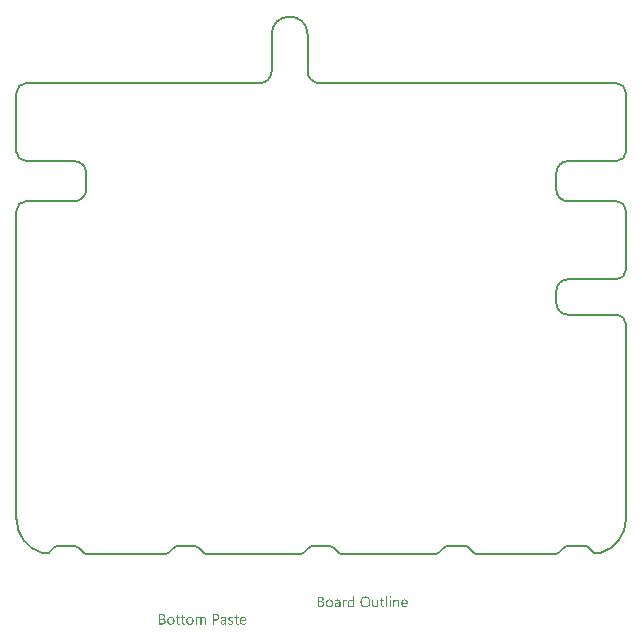
<source format=gbp>
G04*
G04 #@! TF.GenerationSoftware,Altium Limited,Altium Designer,22.11.1 (43)*
G04*
G04 Layer_Color=128*
%FSAX44Y44*%
%MOMM*%
G71*
G04*
G04 #@! TF.SameCoordinates,9ACCB5CA-CB32-4648-9133-37158E338149*
G04*
G04*
G04 #@! TF.FilePolarity,Positive*
G04*
G01*
G75*
%ADD13C,0.2000*%
G36*
X00058526Y-00088369D02*
X00058597Y-00088384D01*
X00058667Y-00088408D01*
X00058746Y-00088447D01*
X00058824Y-00088494D01*
X00058903Y-00088557D01*
X00058911Y-00088565D01*
X00058934Y-00088588D01*
X00058966Y-00088628D01*
X00059005Y-00088683D01*
X00059036Y-00088753D01*
X00059068Y-00088832D01*
X00059091Y-00088926D01*
X00059099Y-00089028D01*
X00059099Y-00089044D01*
X00059099Y-00089075D01*
X00059091Y-00089122D01*
X00059075Y-00089193D01*
X00059052Y-00089263D01*
X00059013Y-00089342D01*
X00058966Y-00089420D01*
X00058903Y-00089499D01*
X00058895Y-00089507D01*
X00058871Y-00089530D01*
X00058824Y-00089562D01*
X00058769Y-00089593D01*
X00058699Y-00089624D01*
X00058620Y-00089656D01*
X00058534Y-00089679D01*
X00058432Y-00089687D01*
X00058385Y-00089687D01*
X00058338Y-00089679D01*
X00058267Y-00089664D01*
X00058197Y-00089640D01*
X00058118Y-00089609D01*
X00058039Y-00089569D01*
X00057961Y-00089507D01*
X00057953Y-00089499D01*
X00057930Y-00089475D01*
X00057898Y-00089428D01*
X00057867Y-00089373D01*
X00057835Y-00089310D01*
X00057804Y-00089224D01*
X00057780Y-00089130D01*
X00057773Y-00089028D01*
X00057773Y-00089012D01*
X00057773Y-00088981D01*
X00057780Y-00088926D01*
X00057796Y-00088863D01*
X00057820Y-00088785D01*
X00057851Y-00088706D01*
X00057898Y-00088628D01*
X00057961Y-00088557D01*
X00057969Y-00088549D01*
X00057992Y-00088526D01*
X00058039Y-00088494D01*
X00058095Y-00088455D01*
X00058165Y-00088424D01*
X00058244Y-00088392D01*
X00058330Y-00088369D01*
X00058432Y-00088361D01*
X00058479Y-00088361D01*
X00058526Y-00088369D01*
X00058526Y-00088369D02*
G37*
G36*
X00028128Y-00097677D02*
X00027108Y-00097677D01*
X00027108Y-00096602D01*
X00027085Y-00096602D01*
X00027077Y-00096617D01*
X00027053Y-00096657D01*
X00027006Y-00096712D01*
X00026951Y-00096790D01*
X00026873Y-00096884D01*
X00026786Y-00096986D01*
X00026676Y-00097096D01*
X00026543Y-00097214D01*
X00026402Y-00097332D01*
X00026237Y-00097442D01*
X00026056Y-00097544D01*
X00025860Y-00097638D01*
X00025648Y-00097716D01*
X00025413Y-00097771D01*
X00025162Y-00097810D01*
X00024895Y-00097826D01*
X00024840Y-00097826D01*
X00024777Y-00097818D01*
X00024699Y-00097810D01*
X00024597Y-00097803D01*
X00024479Y-00097779D01*
X00024346Y-00097755D01*
X00024204Y-00097716D01*
X00024055Y-00097677D01*
X00023898Y-00097614D01*
X00023741Y-00097551D01*
X00023576Y-00097465D01*
X00023419Y-00097371D01*
X00023262Y-00097253D01*
X00023113Y-00097120D01*
X00022972Y-00096971D01*
X00022964Y-00096963D01*
X00022941Y-00096931D01*
X00022909Y-00096884D01*
X00022862Y-00096814D01*
X00022807Y-00096727D01*
X00022744Y-00096625D01*
X00022682Y-00096500D01*
X00022619Y-00096358D01*
X00022548Y-00096201D01*
X00022485Y-00096029D01*
X00022423Y-00095833D01*
X00022368Y-00095629D01*
X00022321Y-00095409D01*
X00022289Y-00095166D01*
X00022266Y-00094914D01*
X00022258Y-00094648D01*
X00022258Y-00094640D01*
X00022258Y-00094632D01*
X00022258Y-00094608D01*
X00022258Y-00094577D01*
X00022266Y-00094498D01*
X00022273Y-00094389D01*
X00022281Y-00094247D01*
X00022297Y-00094098D01*
X00022321Y-00093925D01*
X00022360Y-00093737D01*
X00022399Y-00093541D01*
X00022454Y-00093329D01*
X00022517Y-00093125D01*
X00022595Y-00092905D01*
X00022682Y-00092701D01*
X00022792Y-00092497D01*
X00022909Y-00092301D01*
X00023050Y-00092112D01*
X00023058Y-00092105D01*
X00023090Y-00092073D01*
X00023137Y-00092026D01*
X00023200Y-00091963D01*
X00023278Y-00091893D01*
X00023372Y-00091806D01*
X00023490Y-00091720D01*
X00023616Y-00091634D01*
X00023765Y-00091547D01*
X00023922Y-00091461D01*
X00024094Y-00091375D01*
X00024283Y-00091304D01*
X00024487Y-00091241D01*
X00024706Y-00091194D01*
X00024934Y-00091163D01*
X00025177Y-00091155D01*
X00025232Y-00091155D01*
X00025303Y-00091163D01*
X00025389Y-00091171D01*
X00025499Y-00091186D01*
X00025625Y-00091210D01*
X00025758Y-00091241D01*
X00025907Y-00091280D01*
X00026064Y-00091335D01*
X00026221Y-00091406D01*
X00026378Y-00091492D01*
X00026535Y-00091594D01*
X00026684Y-00091712D01*
X00026834Y-00091846D01*
X00026967Y-00092010D01*
X00027085Y-00092191D01*
X00027108Y-00092191D01*
X00027108Y-00088243D01*
X00028128Y-00088243D01*
X00028128Y-00097677D01*
X00028128Y-00097677D02*
G37*
G36*
X00064232Y-00091163D02*
X00064303Y-00091163D01*
X00064389Y-00091178D01*
X00064491Y-00091194D01*
X00064601Y-00091210D01*
X00064719Y-00091241D01*
X00064844Y-00091273D01*
X00064978Y-00091320D01*
X00065111Y-00091375D01*
X00065244Y-00091445D01*
X00065370Y-00091524D01*
X00065496Y-00091610D01*
X00065613Y-00091720D01*
X00065723Y-00091838D01*
X00065731Y-00091846D01*
X00065747Y-00091869D01*
X00065778Y-00091908D01*
X00065810Y-00091963D01*
X00065849Y-00092034D01*
X00065896Y-00092120D01*
X00065951Y-00092222D01*
X00066006Y-00092332D01*
X00066053Y-00092466D01*
X00066108Y-00092607D01*
X00066155Y-00092772D01*
X00066194Y-00092944D01*
X00066226Y-00093133D01*
X00066257Y-00093337D01*
X00066273Y-00093549D01*
X00066281Y-00093784D01*
X00066281Y-00097677D01*
X00065260Y-00097677D01*
X00065260Y-00094043D01*
X00065260Y-00094035D01*
X00065260Y-00094020D01*
X00065260Y-00093996D01*
X00065260Y-00093957D01*
X00065252Y-00093910D01*
X00065252Y-00093855D01*
X00065237Y-00093729D01*
X00065213Y-00093572D01*
X00065182Y-00093400D01*
X00065135Y-00093219D01*
X00065072Y-00093031D01*
X00064993Y-00092842D01*
X00064899Y-00092662D01*
X00064781Y-00092489D01*
X00064632Y-00092332D01*
X00064468Y-00092207D01*
X00064373Y-00092152D01*
X00064264Y-00092105D01*
X00064154Y-00092065D01*
X00064036Y-00092042D01*
X00063910Y-00092026D01*
X00063777Y-00092018D01*
X00063706Y-00092018D01*
X00063651Y-00092026D01*
X00063589Y-00092034D01*
X00063510Y-00092050D01*
X00063424Y-00092065D01*
X00063337Y-00092089D01*
X00063235Y-00092120D01*
X00063133Y-00092160D01*
X00063031Y-00092207D01*
X00062921Y-00092261D01*
X00062819Y-00092332D01*
X00062709Y-00092411D01*
X00062607Y-00092497D01*
X00062513Y-00092599D01*
X00062505Y-00092607D01*
X00062490Y-00092622D01*
X00062466Y-00092654D01*
X00062435Y-00092701D01*
X00062396Y-00092756D01*
X00062356Y-00092827D01*
X00062309Y-00092905D01*
X00062262Y-00092991D01*
X00062215Y-00093094D01*
X00062168Y-00093203D01*
X00062129Y-00093321D01*
X00062089Y-00093447D01*
X00062058Y-00093588D01*
X00062035Y-00093729D01*
X00062019Y-00093886D01*
X00062011Y-00094043D01*
X00062011Y-00097677D01*
X00060991Y-00097677D01*
X00060991Y-00091304D01*
X00062011Y-00091304D01*
X00062011Y-00092364D01*
X00062035Y-00092364D01*
X00062042Y-00092348D01*
X00062066Y-00092309D01*
X00062113Y-00092254D01*
X00062168Y-00092175D01*
X00062246Y-00092081D01*
X00062333Y-00091979D01*
X00062443Y-00091869D01*
X00062568Y-00091759D01*
X00062709Y-00091649D01*
X00062866Y-00091539D01*
X00063039Y-00091437D01*
X00063220Y-00091343D01*
X00063424Y-00091265D01*
X00063643Y-00091210D01*
X00063879Y-00091171D01*
X00064130Y-00091155D01*
X00064177Y-00091155D01*
X00064232Y-00091163D01*
X00064232Y-00091163D02*
G37*
G36*
X00021112Y-00091202D02*
X00021198Y-00091202D01*
X00021292Y-00091218D01*
X00021394Y-00091233D01*
X00021497Y-00091249D01*
X00021583Y-00091280D01*
X00021583Y-00092340D01*
X00021567Y-00092332D01*
X00021536Y-00092309D01*
X00021473Y-00092277D01*
X00021387Y-00092238D01*
X00021269Y-00092199D01*
X00021143Y-00092167D01*
X00020986Y-00092144D01*
X00020806Y-00092136D01*
X00020743Y-00092136D01*
X00020696Y-00092144D01*
X00020641Y-00092152D01*
X00020578Y-00092167D01*
X00020429Y-00092214D01*
X00020343Y-00092246D01*
X00020256Y-00092285D01*
X00020162Y-00092340D01*
X00020068Y-00092395D01*
X00019982Y-00092466D01*
X00019887Y-00092552D01*
X00019801Y-00092646D01*
X00019715Y-00092756D01*
X00019707Y-00092764D01*
X00019699Y-00092787D01*
X00019676Y-00092819D01*
X00019644Y-00092866D01*
X00019613Y-00092929D01*
X00019574Y-00093007D01*
X00019534Y-00093094D01*
X00019495Y-00093195D01*
X00019456Y-00093305D01*
X00019417Y-00093431D01*
X00019377Y-00093572D01*
X00019346Y-00093721D01*
X00019315Y-00093886D01*
X00019291Y-00094059D01*
X00019283Y-00094239D01*
X00019275Y-00094436D01*
X00019275Y-00097677D01*
X00018255Y-00097677D01*
X00018255Y-00091304D01*
X00019275Y-00091304D01*
X00019275Y-00092622D01*
X00019299Y-00092622D01*
X00019299Y-00092615D01*
X00019307Y-00092591D01*
X00019322Y-00092560D01*
X00019338Y-00092513D01*
X00019362Y-00092458D01*
X00019393Y-00092387D01*
X00019464Y-00092238D01*
X00019558Y-00092065D01*
X00019676Y-00091893D01*
X00019809Y-00091728D01*
X00019966Y-00091571D01*
X00019974Y-00091563D01*
X00019990Y-00091555D01*
X00020013Y-00091539D01*
X00020045Y-00091508D01*
X00020084Y-00091484D01*
X00020139Y-00091453D01*
X00020256Y-00091383D01*
X00020405Y-00091312D01*
X00020578Y-00091249D01*
X00020766Y-00091210D01*
X00020869Y-00091202D01*
X00020971Y-00091194D01*
X00021033Y-00091194D01*
X00021112Y-00091202D01*
X00021112Y-00091202D02*
G37*
G36*
X00048449Y-00097677D02*
X00047428Y-00097677D01*
X00047428Y-00096672D01*
X00047405Y-00096672D01*
X00047397Y-00096688D01*
X00047373Y-00096720D01*
X00047334Y-00096782D01*
X00047287Y-00096853D01*
X00047216Y-00096939D01*
X00047130Y-00097034D01*
X00047036Y-00097143D01*
X00046918Y-00097245D01*
X00046792Y-00097355D01*
X00046643Y-00097457D01*
X00046486Y-00097559D01*
X00046306Y-00097646D01*
X00046110Y-00097716D01*
X00045906Y-00097779D01*
X00045678Y-00097810D01*
X00045435Y-00097826D01*
X00045380Y-00097826D01*
X00045340Y-00097818D01*
X00045286Y-00097818D01*
X00045223Y-00097810D01*
X00045152Y-00097795D01*
X00045082Y-00097787D01*
X00044909Y-00097740D01*
X00044713Y-00097685D01*
X00044509Y-00097599D01*
X00044406Y-00097544D01*
X00044297Y-00097489D01*
X00044187Y-00097418D01*
X00044085Y-00097347D01*
X00043983Y-00097261D01*
X00043881Y-00097167D01*
X00043779Y-00097057D01*
X00043684Y-00096947D01*
X00043598Y-00096821D01*
X00043512Y-00096680D01*
X00043441Y-00096531D01*
X00043370Y-00096374D01*
X00043308Y-00096201D01*
X00043253Y-00096013D01*
X00043214Y-00095809D01*
X00043182Y-00095597D01*
X00043166Y-00095362D01*
X00043159Y-00095118D01*
X00043159Y-00091304D01*
X00044171Y-00091304D01*
X00044171Y-00094954D01*
X00044171Y-00094961D01*
X00044171Y-00094977D01*
X00044171Y-00095001D01*
X00044171Y-00095040D01*
X00044179Y-00095087D01*
X00044179Y-00095142D01*
X00044195Y-00095267D01*
X00044218Y-00095424D01*
X00044250Y-00095589D01*
X00044304Y-00095778D01*
X00044367Y-00095958D01*
X00044446Y-00096147D01*
X00044548Y-00096335D01*
X00044673Y-00096500D01*
X00044823Y-00096657D01*
X00045003Y-00096782D01*
X00045097Y-00096837D01*
X00045207Y-00096884D01*
X00045325Y-00096924D01*
X00045443Y-00096947D01*
X00045576Y-00096963D01*
X00045717Y-00096971D01*
X00045788Y-00096971D01*
X00045843Y-00096963D01*
X00045906Y-00096955D01*
X00045976Y-00096939D01*
X00046063Y-00096924D01*
X00046149Y-00096900D01*
X00046243Y-00096876D01*
X00046345Y-00096837D01*
X00046447Y-00096790D01*
X00046549Y-00096735D01*
X00046651Y-00096672D01*
X00046753Y-00096602D01*
X00046847Y-00096516D01*
X00046942Y-00096421D01*
X00046950Y-00096413D01*
X00046965Y-00096398D01*
X00046989Y-00096366D01*
X00047020Y-00096319D01*
X00047052Y-00096264D01*
X00047099Y-00096201D01*
X00047138Y-00096123D01*
X00047185Y-00096037D01*
X00047232Y-00095935D01*
X00047271Y-00095825D01*
X00047318Y-00095707D01*
X00047350Y-00095582D01*
X00047381Y-00095440D01*
X00047405Y-00095299D01*
X00047420Y-00095142D01*
X00047428Y-00094977D01*
X00047428Y-00091304D01*
X00048449Y-00091304D01*
X00048449Y-00097677D01*
X00048449Y-00097677D02*
G37*
G36*
X00058926Y-00097677D02*
X00057906Y-00097677D01*
X00057906Y-00091304D01*
X00058926Y-00091304D01*
X00058926Y-00097677D01*
X00058926Y-00097677D02*
G37*
G36*
X00055842Y-00097677D02*
X00054822Y-00097677D01*
X00054822Y-00088243D01*
X00055842Y-00088243D01*
X00055842Y-00097677D01*
X00055842Y-00097677D02*
G37*
G36*
X00014182Y-00091163D02*
X00014237Y-00091163D01*
X00014291Y-00091171D01*
X00014362Y-00091178D01*
X00014441Y-00091194D01*
X00014605Y-00091226D01*
X00014802Y-00091280D01*
X00014998Y-00091351D01*
X00015210Y-00091453D01*
X00015422Y-00091579D01*
X00015524Y-00091649D01*
X00015626Y-00091736D01*
X00015720Y-00091830D01*
X00015814Y-00091924D01*
X00015900Y-00092034D01*
X00015979Y-00092160D01*
X00016057Y-00092285D01*
X00016128Y-00092426D01*
X00016183Y-00092583D01*
X00016238Y-00092748D01*
X00016277Y-00092921D01*
X00016308Y-00093117D01*
X00016324Y-00093313D01*
X00016332Y-00093533D01*
X00016332Y-00097677D01*
X00015312Y-00097677D01*
X00015312Y-00096688D01*
X00015288Y-00096688D01*
X00015280Y-00096704D01*
X00015257Y-00096735D01*
X00015218Y-00096790D01*
X00015163Y-00096869D01*
X00015092Y-00096955D01*
X00015006Y-00097049D01*
X00014912Y-00097151D01*
X00014794Y-00097253D01*
X00014660Y-00097363D01*
X00014519Y-00097465D01*
X00014354Y-00097559D01*
X00014182Y-00097646D01*
X00013985Y-00097724D01*
X00013781Y-00097779D01*
X00013562Y-00097810D01*
X00013326Y-00097826D01*
X00013232Y-00097826D01*
X00013169Y-00097818D01*
X00013091Y-00097810D01*
X00012996Y-00097803D01*
X00012894Y-00097787D01*
X00012785Y-00097763D01*
X00012541Y-00097701D01*
X00012423Y-00097661D01*
X00012298Y-00097614D01*
X00012172Y-00097559D01*
X00012055Y-00097489D01*
X00011945Y-00097410D01*
X00011835Y-00097324D01*
X00011827Y-00097316D01*
X00011811Y-00097300D01*
X00011788Y-00097269D01*
X00011748Y-00097230D01*
X00011709Y-00097183D01*
X00011670Y-00097120D01*
X00011615Y-00097049D01*
X00011568Y-00096971D01*
X00011521Y-00096876D01*
X00011474Y-00096775D01*
X00011427Y-00096665D01*
X00011387Y-00096547D01*
X00011348Y-00096421D01*
X00011325Y-00096288D01*
X00011309Y-00096139D01*
X00011301Y-00095990D01*
X00011301Y-00095982D01*
X00011301Y-00095966D01*
X00011301Y-00095942D01*
X00011309Y-00095911D01*
X00011309Y-00095872D01*
X00011317Y-00095825D01*
X00011332Y-00095707D01*
X00011364Y-00095566D01*
X00011411Y-00095409D01*
X00011474Y-00095236D01*
X00011568Y-00095056D01*
X00011678Y-00094875D01*
X00011811Y-00094695D01*
X00011898Y-00094608D01*
X00011984Y-00094522D01*
X00012086Y-00094436D01*
X00012188Y-00094357D01*
X00012306Y-00094279D01*
X00012431Y-00094208D01*
X00012565Y-00094145D01*
X00012714Y-00094082D01*
X00012871Y-00094027D01*
X00013036Y-00093980D01*
X00013216Y-00093941D01*
X00013405Y-00093910D01*
X00015312Y-00093643D01*
X00015312Y-00093635D01*
X00015312Y-00093627D01*
X00015312Y-00093604D01*
X00015312Y-00093572D01*
X00015304Y-00093494D01*
X00015288Y-00093392D01*
X00015273Y-00093266D01*
X00015241Y-00093125D01*
X00015202Y-00092984D01*
X00015147Y-00092827D01*
X00015076Y-00092677D01*
X00014990Y-00092528D01*
X00014888Y-00092395D01*
X00014762Y-00092269D01*
X00014605Y-00092167D01*
X00014433Y-00092089D01*
X00014339Y-00092057D01*
X00014229Y-00092034D01*
X00014119Y-00092026D01*
X00014001Y-00092018D01*
X00013946Y-00092018D01*
X00013891Y-00092026D01*
X00013805Y-00092034D01*
X00013703Y-00092042D01*
X00013585Y-00092057D01*
X00013452Y-00092081D01*
X00013310Y-00092112D01*
X00013153Y-00092160D01*
X00012989Y-00092207D01*
X00012816Y-00092269D01*
X00012635Y-00092348D01*
X00012455Y-00092442D01*
X00012274Y-00092544D01*
X00012094Y-00092662D01*
X00011921Y-00092803D01*
X00011921Y-00091759D01*
X00011929Y-00091751D01*
X00011960Y-00091736D01*
X00012015Y-00091704D01*
X00012086Y-00091665D01*
X00012180Y-00091618D01*
X00012282Y-00091571D01*
X00012408Y-00091516D01*
X00012549Y-00091453D01*
X00012698Y-00091398D01*
X00012863Y-00091343D01*
X00013044Y-00091296D01*
X00013232Y-00091249D01*
X00013436Y-00091210D01*
X00013640Y-00091178D01*
X00013860Y-00091163D01*
X00014087Y-00091155D01*
X00014142Y-00091155D01*
X00014182Y-00091163D01*
X00014182Y-00091163D02*
G37*
G36*
X-00000134Y-00088761D02*
X-00000040Y-00088769D01*
X00000070Y-00088785D01*
X00000195Y-00088800D01*
X00000337Y-00088824D01*
X00000478Y-00088855D01*
X00000627Y-00088895D01*
X00000784Y-00088942D01*
X00000933Y-00088996D01*
X00001090Y-00089059D01*
X00001231Y-00089138D01*
X00001373Y-00089224D01*
X00001506Y-00089326D01*
X00001514Y-00089334D01*
X00001538Y-00089350D01*
X00001569Y-00089381D01*
X00001608Y-00089428D01*
X00001663Y-00089483D01*
X00001718Y-00089554D01*
X00001781Y-00089632D01*
X00001844Y-00089719D01*
X00001906Y-00089821D01*
X00001969Y-00089930D01*
X00002024Y-00090056D01*
X00002079Y-00090182D01*
X00002118Y-00090323D01*
X00002150Y-00090472D01*
X00002173Y-00090629D01*
X00002181Y-00090794D01*
X00002181Y-00090802D01*
X00002181Y-00090825D01*
X00002181Y-00090864D01*
X00002173Y-00090919D01*
X00002165Y-00090990D01*
X00002157Y-00091061D01*
X00002150Y-00091147D01*
X00002134Y-00091241D01*
X00002079Y-00091453D01*
X00002008Y-00091673D01*
X00001961Y-00091791D01*
X00001906Y-00091901D01*
X00001844Y-00092010D01*
X00001773Y-00092120D01*
X00001765Y-00092128D01*
X00001757Y-00092144D01*
X00001734Y-00092175D01*
X00001694Y-00092214D01*
X00001655Y-00092254D01*
X00001608Y-00092309D01*
X00001545Y-00092364D01*
X00001482Y-00092426D01*
X00001404Y-00092489D01*
X00001318Y-00092560D01*
X00001223Y-00092622D01*
X00001121Y-00092693D01*
X00001012Y-00092756D01*
X00000902Y-00092811D01*
X00000643Y-00092913D01*
X00000643Y-00092936D01*
X00000651Y-00092936D01*
X00000682Y-00092944D01*
X00000729Y-00092952D01*
X00000792Y-00092960D01*
X00000870Y-00092976D01*
X00000957Y-00092999D01*
X00001059Y-00093031D01*
X00001161Y-00093062D01*
X00001388Y-00093148D01*
X00001514Y-00093203D01*
X00001632Y-00093274D01*
X00001749Y-00093345D01*
X00001867Y-00093423D01*
X00001985Y-00093517D01*
X00002087Y-00093619D01*
X00002095Y-00093627D01*
X00002110Y-00093643D01*
X00002134Y-00093674D01*
X00002173Y-00093721D01*
X00002212Y-00093784D01*
X00002260Y-00093847D01*
X00002307Y-00093933D01*
X00002362Y-00094020D01*
X00002409Y-00094122D01*
X00002456Y-00094239D01*
X00002503Y-00094357D01*
X00002542Y-00094490D01*
X00002581Y-00094640D01*
X00002605Y-00094789D01*
X00002621Y-00094946D01*
X00002628Y-00095118D01*
X00002628Y-00095134D01*
X00002628Y-00095166D01*
X00002621Y-00095228D01*
X00002613Y-00095307D01*
X00002605Y-00095409D01*
X00002581Y-00095519D01*
X00002558Y-00095644D01*
X00002526Y-00095778D01*
X00002479Y-00095927D01*
X00002424Y-00096076D01*
X00002362Y-00096225D01*
X00002283Y-00096382D01*
X00002189Y-00096539D01*
X00002079Y-00096688D01*
X00001953Y-00096829D01*
X00001804Y-00096971D01*
X00001796Y-00096979D01*
X00001765Y-00097002D01*
X00001718Y-00097034D01*
X00001655Y-00097081D01*
X00001577Y-00097135D01*
X00001475Y-00097190D01*
X00001365Y-00097261D01*
X00001239Y-00097324D01*
X00001090Y-00097387D01*
X00000933Y-00097449D01*
X00000768Y-00097512D01*
X00000580Y-00097567D01*
X00000384Y-00097614D01*
X00000180Y-00097646D01*
X-00000040Y-00097669D01*
X-00000268Y-00097677D01*
X-00002866Y-00097677D01*
X-00002866Y-00088753D01*
X-00000221Y-00088753D01*
X-00000134Y-00088761D01*
X-00000134Y-00088761D02*
G37*
G36*
X00051855Y-00091304D02*
X00053464Y-00091304D01*
X00053464Y-00092183D01*
X00051855Y-00092183D01*
X00051855Y-00095770D01*
X00051855Y-00095778D01*
X00051855Y-00095801D01*
X00051855Y-00095833D01*
X00051855Y-00095872D01*
X00051863Y-00095927D01*
X00051870Y-00095990D01*
X00051886Y-00096123D01*
X00051910Y-00096280D01*
X00051949Y-00096429D01*
X00052004Y-00096570D01*
X00052035Y-00096633D01*
X00052075Y-00096688D01*
X00052082Y-00096696D01*
X00052114Y-00096727D01*
X00052169Y-00096775D01*
X00052247Y-00096821D01*
X00052349Y-00096876D01*
X00052475Y-00096916D01*
X00052624Y-00096947D01*
X00052797Y-00096963D01*
X00052860Y-00096963D01*
X00052930Y-00096955D01*
X00053024Y-00096939D01*
X00053126Y-00096908D01*
X00053244Y-00096876D01*
X00053354Y-00096821D01*
X00053464Y-00096751D01*
X00053464Y-00097622D01*
X00053456Y-00097622D01*
X00053448Y-00097630D01*
X00053425Y-00097638D01*
X00053401Y-00097654D01*
X00053315Y-00097685D01*
X00053213Y-00097716D01*
X00053071Y-00097748D01*
X00052906Y-00097779D01*
X00052718Y-00097803D01*
X00052506Y-00097810D01*
X00052436Y-00097810D01*
X00052349Y-00097795D01*
X00052247Y-00097779D01*
X00052122Y-00097755D01*
X00051980Y-00097708D01*
X00051823Y-00097654D01*
X00051674Y-00097575D01*
X00051517Y-00097481D01*
X00051360Y-00097355D01*
X00051219Y-00097206D01*
X00051156Y-00097120D01*
X00051094Y-00097026D01*
X00051039Y-00096924D01*
X00050992Y-00096814D01*
X00050944Y-00096696D01*
X00050905Y-00096562D01*
X00050874Y-00096429D01*
X00050850Y-00096280D01*
X00050842Y-00096123D01*
X00050834Y-00095950D01*
X00050834Y-00092183D01*
X00049744Y-00092183D01*
X00049744Y-00091304D01*
X00050834Y-00091304D01*
X00050834Y-00089750D01*
X00051855Y-00089420D01*
X00051855Y-00091304D01*
X00051855Y-00091304D02*
G37*
G36*
X00070825Y-00091163D02*
X00070911Y-00091171D01*
X00071021Y-00091178D01*
X00071139Y-00091194D01*
X00071272Y-00091226D01*
X00071413Y-00091257D01*
X00071571Y-00091296D01*
X00071727Y-00091351D01*
X00071884Y-00091422D01*
X00072049Y-00091500D01*
X00072206Y-00091594D01*
X00072355Y-00091704D01*
X00072505Y-00091830D01*
X00072638Y-00091971D01*
X00072646Y-00091979D01*
X00072669Y-00092010D01*
X00072701Y-00092057D01*
X00072748Y-00092120D01*
X00072795Y-00092199D01*
X00072858Y-00092301D01*
X00072920Y-00092418D01*
X00072983Y-00092552D01*
X00073046Y-00092709D01*
X00073109Y-00092874D01*
X00073172Y-00093062D01*
X00073219Y-00093258D01*
X00073266Y-00093478D01*
X00073297Y-00093706D01*
X00073321Y-00093957D01*
X00073329Y-00094216D01*
X00073329Y-00094749D01*
X00068823Y-00094749D01*
X00068823Y-00094765D01*
X00068823Y-00094797D01*
X00068831Y-00094852D01*
X00068839Y-00094922D01*
X00068847Y-00095016D01*
X00068863Y-00095118D01*
X00068878Y-00095228D01*
X00068910Y-00095354D01*
X00068980Y-00095621D01*
X00069028Y-00095754D01*
X00069082Y-00095895D01*
X00069145Y-00096029D01*
X00069216Y-00096162D01*
X00069302Y-00096280D01*
X00069397Y-00096398D01*
X00069404Y-00096406D01*
X00069420Y-00096421D01*
X00069451Y-00096453D01*
X00069499Y-00096484D01*
X00069553Y-00096531D01*
X00069624Y-00096578D01*
X00069703Y-00096633D01*
X00069789Y-00096680D01*
X00069891Y-00096735D01*
X00070009Y-00096790D01*
X00070126Y-00096837D01*
X00070268Y-00096884D01*
X00070409Y-00096916D01*
X00070566Y-00096947D01*
X00070731Y-00096963D01*
X00070903Y-00096971D01*
X00070950Y-00096971D01*
X00071005Y-00096963D01*
X00071084Y-00096963D01*
X00071178Y-00096947D01*
X00071288Y-00096931D01*
X00071413Y-00096908D01*
X00071555Y-00096884D01*
X00071704Y-00096845D01*
X00071861Y-00096798D01*
X00072026Y-00096743D01*
X00072191Y-00096672D01*
X00072363Y-00096594D01*
X00072536Y-00096500D01*
X00072709Y-00096390D01*
X00072881Y-00096264D01*
X00072881Y-00097222D01*
X00072873Y-00097230D01*
X00072842Y-00097245D01*
X00072795Y-00097277D01*
X00072732Y-00097316D01*
X00072646Y-00097363D01*
X00072544Y-00097410D01*
X00072426Y-00097465D01*
X00072293Y-00097520D01*
X00072136Y-00097583D01*
X00071971Y-00097638D01*
X00071790Y-00097685D01*
X00071594Y-00097732D01*
X00071382Y-00097771D01*
X00071154Y-00097803D01*
X00070911Y-00097818D01*
X00070660Y-00097826D01*
X00070597Y-00097826D01*
X00070535Y-00097818D01*
X00070440Y-00097810D01*
X00070323Y-00097803D01*
X00070189Y-00097779D01*
X00070048Y-00097755D01*
X00069891Y-00097716D01*
X00069726Y-00097669D01*
X00069553Y-00097614D01*
X00069373Y-00097544D01*
X00069200Y-00097465D01*
X00069020Y-00097363D01*
X00068855Y-00097245D01*
X00068690Y-00097112D01*
X00068541Y-00096963D01*
X00068533Y-00096955D01*
X00068510Y-00096924D01*
X00068470Y-00096869D01*
X00068423Y-00096798D01*
X00068360Y-00096712D01*
X00068298Y-00096602D01*
X00068227Y-00096476D01*
X00068156Y-00096327D01*
X00068086Y-00096170D01*
X00068015Y-00095982D01*
X00067952Y-00095786D01*
X00067889Y-00095566D01*
X00067842Y-00095330D01*
X00067803Y-00095079D01*
X00067780Y-00094804D01*
X00067772Y-00094522D01*
X00067772Y-00094514D01*
X00067772Y-00094506D01*
X00067772Y-00094483D01*
X00067772Y-00094459D01*
X00067780Y-00094381D01*
X00067787Y-00094271D01*
X00067795Y-00094145D01*
X00067819Y-00094004D01*
X00067842Y-00093839D01*
X00067874Y-00093659D01*
X00067921Y-00093470D01*
X00067976Y-00093274D01*
X00068046Y-00093070D01*
X00068125Y-00092866D01*
X00068219Y-00092670D01*
X00068337Y-00092466D01*
X00068463Y-00092277D01*
X00068612Y-00092097D01*
X00068619Y-00092089D01*
X00068651Y-00092057D01*
X00068698Y-00092010D01*
X00068761Y-00091948D01*
X00068847Y-00091877D01*
X00068949Y-00091798D01*
X00069059Y-00091712D01*
X00069192Y-00091626D01*
X00069334Y-00091539D01*
X00069499Y-00091453D01*
X00069671Y-00091375D01*
X00069852Y-00091304D01*
X00070048Y-00091241D01*
X00070260Y-00091194D01*
X00070480Y-00091163D01*
X00070707Y-00091155D01*
X00070762Y-00091155D01*
X00070825Y-00091163D01*
X00070825Y-00091163D02*
G37*
G36*
X00037696Y-00088612D02*
X00037751Y-00088612D01*
X00037806Y-00088620D01*
X00037877Y-00088620D01*
X00038033Y-00088643D01*
X00038214Y-00088667D01*
X00038418Y-00088706D01*
X00038638Y-00088761D01*
X00038865Y-00088824D01*
X00039109Y-00088910D01*
X00039352Y-00089012D01*
X00039603Y-00089130D01*
X00039854Y-00089271D01*
X00040090Y-00089436D01*
X00040325Y-00089632D01*
X00040545Y-00089852D01*
X00040561Y-00089868D01*
X00040592Y-00089907D01*
X00040647Y-00089978D01*
X00040725Y-00090080D01*
X00040804Y-00090205D01*
X00040906Y-00090354D01*
X00041008Y-00090527D01*
X00041110Y-00090723D01*
X00041212Y-00090951D01*
X00041314Y-00091194D01*
X00041416Y-00091461D01*
X00041502Y-00091751D01*
X00041573Y-00092065D01*
X00041628Y-00092395D01*
X00041659Y-00092740D01*
X00041675Y-00093109D01*
X00041675Y-00093117D01*
X00041675Y-00093133D01*
X00041675Y-00093164D01*
X00041675Y-00093203D01*
X00041667Y-00093258D01*
X00041667Y-00093321D01*
X00041659Y-00093392D01*
X00041659Y-00093470D01*
X00041652Y-00093556D01*
X00041644Y-00093651D01*
X00041612Y-00093863D01*
X00041581Y-00094106D01*
X00041534Y-00094357D01*
X00041471Y-00094632D01*
X00041393Y-00094914D01*
X00041298Y-00095197D01*
X00041189Y-00095487D01*
X00041055Y-00095770D01*
X00040898Y-00096052D01*
X00040718Y-00096311D01*
X00040514Y-00096562D01*
X00040498Y-00096578D01*
X00040459Y-00096617D01*
X00040396Y-00096680D01*
X00040302Y-00096759D01*
X00040184Y-00096853D01*
X00040043Y-00096963D01*
X00039886Y-00097073D01*
X00039697Y-00097190D01*
X00039485Y-00097308D01*
X00039250Y-00097426D01*
X00038999Y-00097536D01*
X00038724Y-00097630D01*
X00038426Y-00097708D01*
X00038112Y-00097771D01*
X00037774Y-00097810D01*
X00037421Y-00097826D01*
X00037335Y-00097826D01*
X00037296Y-00097818D01*
X00037241Y-00097818D01*
X00037178Y-00097810D01*
X00037107Y-00097803D01*
X00036943Y-00097787D01*
X00036762Y-00097763D01*
X00036550Y-00097724D01*
X00036330Y-00097669D01*
X00036087Y-00097606D01*
X00035844Y-00097520D01*
X00035593Y-00097418D01*
X00035333Y-00097300D01*
X00035082Y-00097159D01*
X00034839Y-00096986D01*
X00034596Y-00096798D01*
X00034376Y-00096578D01*
X00034360Y-00096562D01*
X00034329Y-00096523D01*
X00034274Y-00096453D01*
X00034195Y-00096351D01*
X00034109Y-00096225D01*
X00034015Y-00096076D01*
X00033913Y-00095903D01*
X00033811Y-00095699D01*
X00033701Y-00095479D01*
X00033599Y-00095236D01*
X00033505Y-00094969D01*
X00033419Y-00094679D01*
X00033340Y-00094365D01*
X00033285Y-00094035D01*
X00033254Y-00093690D01*
X00033238Y-00093321D01*
X00033238Y-00093313D01*
X00033238Y-00093298D01*
X00033238Y-00093266D01*
X00033238Y-00093227D01*
X00033246Y-00093172D01*
X00033246Y-00093117D01*
X00033254Y-00093046D01*
X00033254Y-00092968D01*
X00033261Y-00092882D01*
X00033277Y-00092780D01*
X00033301Y-00092576D01*
X00033332Y-00092340D01*
X00033387Y-00092089D01*
X00033442Y-00091814D01*
X00033521Y-00091539D01*
X00033615Y-00091257D01*
X00033725Y-00090967D01*
X00033858Y-00090684D01*
X00034015Y-00090409D01*
X00034195Y-00090142D01*
X00034400Y-00089891D01*
X00034415Y-00089875D01*
X00034455Y-00089836D01*
X00034517Y-00089774D01*
X00034611Y-00089687D01*
X00034729Y-00089593D01*
X00034878Y-00089483D01*
X00035043Y-00089365D01*
X00035231Y-00089248D01*
X00035451Y-00089130D01*
X00035687Y-00089012D01*
X00035946Y-00088902D01*
X00036228Y-00088808D01*
X00036534Y-00088722D01*
X00036856Y-00088659D01*
X00037201Y-00088620D01*
X00037570Y-00088604D01*
X00037649Y-00088604D01*
X00037696Y-00088612D01*
X00037696Y-00088612D02*
G37*
G36*
X00007251Y-00091163D02*
X00007353Y-00091171D01*
X00007471Y-00091178D01*
X00007612Y-00091202D01*
X00007761Y-00091226D01*
X00007926Y-00091265D01*
X00008107Y-00091312D01*
X00008287Y-00091367D01*
X00008468Y-00091437D01*
X00008656Y-00091524D01*
X00008837Y-00091626D01*
X00009017Y-00091743D01*
X00009182Y-00091877D01*
X00009339Y-00092034D01*
X00009347Y-00092042D01*
X00009370Y-00092073D01*
X00009410Y-00092128D01*
X00009464Y-00092199D01*
X00009527Y-00092285D01*
X00009590Y-00092395D01*
X00009669Y-00092521D01*
X00009739Y-00092670D01*
X00009818Y-00092835D01*
X00009888Y-00093015D01*
X00009951Y-00093211D01*
X00010014Y-00093431D01*
X00010069Y-00093666D01*
X00010108Y-00093918D01*
X00010132Y-00094184D01*
X00010139Y-00094467D01*
X00010139Y-00094475D01*
X00010139Y-00094483D01*
X00010139Y-00094506D01*
X00010139Y-00094538D01*
X00010132Y-00094616D01*
X00010124Y-00094718D01*
X00010116Y-00094852D01*
X00010092Y-00095001D01*
X00010069Y-00095166D01*
X00010030Y-00095346D01*
X00009983Y-00095534D01*
X00009928Y-00095738D01*
X00009857Y-00095942D01*
X00009779Y-00096147D01*
X00009676Y-00096351D01*
X00009559Y-00096547D01*
X00009425Y-00096735D01*
X00009276Y-00096916D01*
X00009268Y-00096924D01*
X00009237Y-00096955D01*
X00009190Y-00097002D01*
X00009119Y-00097057D01*
X00009033Y-00097128D01*
X00008931Y-00097206D01*
X00008805Y-00097285D01*
X00008664Y-00097371D01*
X00008507Y-00097457D01*
X00008334Y-00097536D01*
X00008146Y-00097614D01*
X00007942Y-00097685D01*
X00007714Y-00097740D01*
X00007479Y-00097787D01*
X00007236Y-00097818D01*
X00006969Y-00097826D01*
X00006906Y-00097826D01*
X00006835Y-00097818D01*
X00006733Y-00097810D01*
X00006615Y-00097803D01*
X00006474Y-00097779D01*
X00006325Y-00097755D01*
X00006160Y-00097716D01*
X00005980Y-00097669D01*
X00005799Y-00097606D01*
X00005611Y-00097536D01*
X00005422Y-00097449D01*
X00005234Y-00097347D01*
X00005046Y-00097230D01*
X00004873Y-00097096D01*
X00004708Y-00096939D01*
X00004700Y-00096931D01*
X00004669Y-00096900D01*
X00004630Y-00096845D01*
X00004575Y-00096775D01*
X00004512Y-00096688D01*
X00004441Y-00096578D01*
X00004371Y-00096453D01*
X00004292Y-00096304D01*
X00004214Y-00096147D01*
X00004135Y-00095966D01*
X00004065Y-00095770D01*
X00004002Y-00095558D01*
X00003947Y-00095338D01*
X00003908Y-00095095D01*
X00003876Y-00094836D01*
X00003868Y-00094569D01*
X00003868Y-00094561D01*
X00003868Y-00094553D01*
X00003868Y-00094530D01*
X00003868Y-00094498D01*
X00003876Y-00094412D01*
X00003884Y-00094302D01*
X00003892Y-00094169D01*
X00003916Y-00094012D01*
X00003939Y-00093839D01*
X00003978Y-00093651D01*
X00004026Y-00093455D01*
X00004080Y-00093250D01*
X00004151Y-00093039D01*
X00004237Y-00092827D01*
X00004339Y-00092622D01*
X00004449Y-00092426D01*
X00004583Y-00092238D01*
X00004740Y-00092057D01*
X00004748Y-00092050D01*
X00004779Y-00092018D01*
X00004834Y-00091971D01*
X00004904Y-00091916D01*
X00004991Y-00091846D01*
X00005101Y-00091775D01*
X00005226Y-00091689D01*
X00005368Y-00091602D01*
X00005525Y-00091524D01*
X00005705Y-00091437D01*
X00005901Y-00091367D01*
X00006113Y-00091296D01*
X00006341Y-00091241D01*
X00006584Y-00091194D01*
X00006843Y-00091163D01*
X00007118Y-00091155D01*
X00007181Y-00091155D01*
X00007251Y-00091163D01*
X00007251Y-00091163D02*
G37*
G36*
X-00076069Y-00105913D02*
X-00075999Y-00105913D01*
X-00075912Y-00105921D01*
X-00075818Y-00105928D01*
X-00075716Y-00105944D01*
X-00075480Y-00105976D01*
X-00075237Y-00106031D01*
X-00074978Y-00106101D01*
X-00074727Y-00106195D01*
X-00074727Y-00107231D01*
X-00074735Y-00107224D01*
X-00074759Y-00107208D01*
X-00074798Y-00107192D01*
X-00074853Y-00107161D01*
X-00074915Y-00107121D01*
X-00074994Y-00107082D01*
X-00075088Y-00107043D01*
X-00075190Y-00106996D01*
X-00075308Y-00106957D01*
X-00075426Y-00106917D01*
X-00075559Y-00106878D01*
X-00075700Y-00106839D01*
X-00075857Y-00106807D01*
X-00076014Y-00106792D01*
X-00076171Y-00106776D01*
X-00076344Y-00106768D01*
X-00076446Y-00106768D01*
X-00076517Y-00106776D01*
X-00076595Y-00106784D01*
X-00076681Y-00106800D01*
X-00076862Y-00106839D01*
X-00076870Y-00106839D01*
X-00076901Y-00106847D01*
X-00076940Y-00106862D01*
X-00076995Y-00106886D01*
X-00077121Y-00106941D01*
X-00077254Y-00107019D01*
X-00077262Y-00107027D01*
X-00077278Y-00107043D01*
X-00077309Y-00107066D01*
X-00077348Y-00107098D01*
X-00077435Y-00107184D01*
X-00077513Y-00107302D01*
X-00077513Y-00107310D01*
X-00077529Y-00107333D01*
X-00077537Y-00107365D01*
X-00077553Y-00107412D01*
X-00077568Y-00107459D01*
X-00077584Y-00107522D01*
X-00077592Y-00107592D01*
X-00077600Y-00107663D01*
X-00077600Y-00107671D01*
X-00077600Y-00107702D01*
X-00077592Y-00107749D01*
X-00077592Y-00107812D01*
X-00077576Y-00107875D01*
X-00077560Y-00107945D01*
X-00077545Y-00108016D01*
X-00077513Y-00108087D01*
X-00077505Y-00108095D01*
X-00077498Y-00108118D01*
X-00077474Y-00108150D01*
X-00077443Y-00108189D01*
X-00077403Y-00108228D01*
X-00077364Y-00108283D01*
X-00077246Y-00108385D01*
X-00077239Y-00108393D01*
X-00077215Y-00108409D01*
X-00077176Y-00108432D01*
X-00077129Y-00108463D01*
X-00077066Y-00108495D01*
X-00076995Y-00108534D01*
X-00076909Y-00108581D01*
X-00076823Y-00108621D01*
X-00076815Y-00108628D01*
X-00076776Y-00108636D01*
X-00076729Y-00108660D01*
X-00076658Y-00108683D01*
X-00076571Y-00108722D01*
X-00076477Y-00108762D01*
X-00076375Y-00108801D01*
X-00076258Y-00108848D01*
X-00076250Y-00108848D01*
X-00076242Y-00108856D01*
X-00076218Y-00108864D01*
X-00076187Y-00108872D01*
X-00076108Y-00108903D01*
X-00076006Y-00108950D01*
X-00075889Y-00108997D01*
X-00075755Y-00109052D01*
X-00075622Y-00109115D01*
X-00075496Y-00109178D01*
X-00075488Y-00109178D01*
X-00075480Y-00109186D01*
X-00075441Y-00109209D01*
X-00075378Y-00109241D01*
X-00075300Y-00109288D01*
X-00075206Y-00109350D01*
X-00075112Y-00109413D01*
X-00075017Y-00109492D01*
X-00074923Y-00109570D01*
X-00074915Y-00109578D01*
X-00074884Y-00109609D01*
X-00074845Y-00109649D01*
X-00074790Y-00109712D01*
X-00074735Y-00109782D01*
X-00074672Y-00109868D01*
X-00074617Y-00109963D01*
X-00074562Y-00110065D01*
X-00074554Y-00110080D01*
X-00074539Y-00110112D01*
X-00074523Y-00110175D01*
X-00074500Y-00110253D01*
X-00074476Y-00110347D01*
X-00074452Y-00110457D01*
X-00074444Y-00110583D01*
X-00074437Y-00110724D01*
X-00074437Y-00110732D01*
X-00074437Y-00110747D01*
X-00074437Y-00110771D01*
X-00074437Y-00110802D01*
X-00074444Y-00110889D01*
X-00074460Y-00111006D01*
X-00074492Y-00111132D01*
X-00074523Y-00111273D01*
X-00074578Y-00111415D01*
X-00074649Y-00111548D01*
X-00074656Y-00111564D01*
X-00074688Y-00111603D01*
X-00074735Y-00111666D01*
X-00074798Y-00111752D01*
X-00074876Y-00111838D01*
X-00074970Y-00111940D01*
X-00075080Y-00112035D01*
X-00075206Y-00112129D01*
X-00075222Y-00112137D01*
X-00075269Y-00112168D01*
X-00075339Y-00112207D01*
X-00075434Y-00112254D01*
X-00075551Y-00112309D01*
X-00075693Y-00112364D01*
X-00075842Y-00112419D01*
X-00076006Y-00112466D01*
X-00076014Y-00112466D01*
X-00076030Y-00112474D01*
X-00076054Y-00112474D01*
X-00076085Y-00112482D01*
X-00076124Y-00112490D01*
X-00076171Y-00112498D01*
X-00076289Y-00112521D01*
X-00076438Y-00112545D01*
X-00076595Y-00112561D01*
X-00076768Y-00112568D01*
X-00076956Y-00112576D01*
X-00077050Y-00112576D01*
X-00077121Y-00112568D01*
X-00077207Y-00112568D01*
X-00077301Y-00112553D01*
X-00077419Y-00112545D01*
X-00077537Y-00112529D01*
X-00077670Y-00112506D01*
X-00077804Y-00112482D01*
X-00078086Y-00112419D01*
X-00078377Y-00112325D01*
X-00078518Y-00112262D01*
X-00078659Y-00112199D01*
X-00078659Y-00111109D01*
X-00078651Y-00111116D01*
X-00078620Y-00111132D01*
X-00078573Y-00111164D01*
X-00078510Y-00111203D01*
X-00078432Y-00111250D01*
X-00078345Y-00111305D01*
X-00078235Y-00111360D01*
X-00078118Y-00111415D01*
X-00077984Y-00111470D01*
X-00077843Y-00111524D01*
X-00077694Y-00111579D01*
X-00077537Y-00111627D01*
X-00077364Y-00111666D01*
X-00077192Y-00111697D01*
X-00077011Y-00111713D01*
X-00076823Y-00111721D01*
X-00076768Y-00111721D01*
X-00076697Y-00111713D01*
X-00076611Y-00111705D01*
X-00076509Y-00111689D01*
X-00076399Y-00111674D01*
X-00076273Y-00111642D01*
X-00076148Y-00111611D01*
X-00076030Y-00111564D01*
X-00075904Y-00111501D01*
X-00075795Y-00111430D01*
X-00075693Y-00111344D01*
X-00075606Y-00111242D01*
X-00075535Y-00111124D01*
X-00075496Y-00110983D01*
X-00075480Y-00110905D01*
X-00075480Y-00110826D01*
X-00075480Y-00110818D01*
X-00075480Y-00110779D01*
X-00075488Y-00110732D01*
X-00075496Y-00110677D01*
X-00075512Y-00110606D01*
X-00075528Y-00110536D01*
X-00075559Y-00110465D01*
X-00075598Y-00110394D01*
X-00075606Y-00110386D01*
X-00075622Y-00110363D01*
X-00075645Y-00110331D01*
X-00075677Y-00110284D01*
X-00075724Y-00110237D01*
X-00075771Y-00110182D01*
X-00075834Y-00110135D01*
X-00075904Y-00110080D01*
X-00075912Y-00110072D01*
X-00075936Y-00110057D01*
X-00075983Y-00110033D01*
X-00076038Y-00109994D01*
X-00076101Y-00109955D01*
X-00076179Y-00109916D01*
X-00076273Y-00109876D01*
X-00076367Y-00109837D01*
X-00076383Y-00109829D01*
X-00076414Y-00109821D01*
X-00076469Y-00109798D01*
X-00076540Y-00109766D01*
X-00076619Y-00109727D01*
X-00076721Y-00109688D01*
X-00076823Y-00109649D01*
X-00076933Y-00109602D01*
X-00076940Y-00109602D01*
X-00076948Y-00109594D01*
X-00076972Y-00109586D01*
X-00077003Y-00109570D01*
X-00077082Y-00109539D01*
X-00077184Y-00109500D01*
X-00077301Y-00109445D01*
X-00077427Y-00109390D01*
X-00077553Y-00109327D01*
X-00077678Y-00109264D01*
X-00077694Y-00109256D01*
X-00077733Y-00109233D01*
X-00077788Y-00109201D01*
X-00077867Y-00109154D01*
X-00077953Y-00109091D01*
X-00078039Y-00109029D01*
X-00078133Y-00108958D01*
X-00078220Y-00108879D01*
X-00078228Y-00108872D01*
X-00078251Y-00108840D01*
X-00078290Y-00108801D01*
X-00078337Y-00108738D01*
X-00078392Y-00108668D01*
X-00078447Y-00108581D01*
X-00078494Y-00108495D01*
X-00078541Y-00108393D01*
X-00078549Y-00108377D01*
X-00078557Y-00108346D01*
X-00078573Y-00108283D01*
X-00078589Y-00108212D01*
X-00078612Y-00108118D01*
X-00078628Y-00108008D01*
X-00078636Y-00107883D01*
X-00078643Y-00107749D01*
X-00078643Y-00107741D01*
X-00078643Y-00107726D01*
X-00078643Y-00107702D01*
X-00078643Y-00107671D01*
X-00078636Y-00107592D01*
X-00078620Y-00107483D01*
X-00078596Y-00107357D01*
X-00078557Y-00107224D01*
X-00078510Y-00107090D01*
X-00078439Y-00106957D01*
X-00078439Y-00106949D01*
X-00078432Y-00106941D01*
X-00078400Y-00106902D01*
X-00078353Y-00106839D01*
X-00078298Y-00106753D01*
X-00078220Y-00106666D01*
X-00078126Y-00106572D01*
X-00078016Y-00106470D01*
X-00077898Y-00106384D01*
X-00077890Y-00106384D01*
X-00077882Y-00106376D01*
X-00077835Y-00106344D01*
X-00077765Y-00106305D01*
X-00077670Y-00106250D01*
X-00077553Y-00106195D01*
X-00077419Y-00106132D01*
X-00077270Y-00106078D01*
X-00077113Y-00106031D01*
X-00077105Y-00106031D01*
X-00077090Y-00106023D01*
X-00077066Y-00106015D01*
X-00077035Y-00106007D01*
X-00076995Y-00105999D01*
X-00076948Y-00105991D01*
X-00076838Y-00105968D01*
X-00076697Y-00105944D01*
X-00076548Y-00105921D01*
X-00076383Y-00105913D01*
X-00076210Y-00105905D01*
X-00076132Y-00105905D01*
X-00076069Y-00105913D01*
X-00076069Y-00105913D02*
G37*
G36*
X-00099332Y-00105913D02*
X-00099285Y-00105913D01*
X-00099230Y-00105921D01*
X-00099097Y-00105944D01*
X-00098940Y-00105983D01*
X-00098759Y-00106038D01*
X-00098571Y-00106125D01*
X-00098375Y-00106227D01*
X-00098273Y-00106297D01*
X-00098179Y-00106368D01*
X-00098084Y-00106446D01*
X-00097990Y-00106541D01*
X-00097896Y-00106643D01*
X-00097810Y-00106753D01*
X-00097731Y-00106870D01*
X-00097653Y-00107004D01*
X-00097582Y-00107145D01*
X-00097519Y-00107302D01*
X-00097465Y-00107467D01*
X-00097409Y-00107647D01*
X-00097378Y-00107836D01*
X-00097347Y-00108048D01*
X-00097331Y-00108267D01*
X-00097323Y-00108503D01*
X-00097323Y-00112427D01*
X-00098343Y-00112427D01*
X-00098343Y-00108770D01*
X-00098343Y-00108754D01*
X-00098343Y-00108722D01*
X-00098343Y-00108668D01*
X-00098351Y-00108597D01*
X-00098351Y-00108511D01*
X-00098359Y-00108409D01*
X-00098367Y-00108299D01*
X-00098383Y-00108181D01*
X-00098422Y-00107930D01*
X-00098485Y-00107679D01*
X-00098516Y-00107553D01*
X-00098563Y-00107443D01*
X-00098618Y-00107333D01*
X-00098673Y-00107239D01*
X-00098673Y-00107231D01*
X-00098689Y-00107216D01*
X-00098705Y-00107192D01*
X-00098736Y-00107169D01*
X-00098767Y-00107129D01*
X-00098814Y-00107090D01*
X-00098869Y-00107051D01*
X-00098932Y-00107004D01*
X-00099003Y-00106957D01*
X-00099081Y-00106917D01*
X-00099176Y-00106878D01*
X-00099270Y-00106839D01*
X-00099380Y-00106815D01*
X-00099505Y-00106792D01*
X-00099631Y-00106776D01*
X-00099772Y-00106768D01*
X-00099835Y-00106768D01*
X-00099882Y-00106776D01*
X-00099937Y-00106784D01*
X-00100000Y-00106800D01*
X-00100156Y-00106839D01*
X-00100243Y-00106870D01*
X-00100329Y-00106917D01*
X-00100423Y-00106965D01*
X-00100510Y-00107019D01*
X-00100604Y-00107090D01*
X-00100698Y-00107169D01*
X-00100792Y-00107263D01*
X-00100879Y-00107365D01*
X-00100886Y-00107373D01*
X-00100894Y-00107388D01*
X-00100918Y-00107428D01*
X-00100949Y-00107467D01*
X-00100981Y-00107530D01*
X-00101020Y-00107600D01*
X-00101067Y-00107679D01*
X-00101106Y-00107765D01*
X-00101145Y-00107867D01*
X-00101193Y-00107977D01*
X-00101232Y-00108095D01*
X-00101263Y-00108220D01*
X-00101295Y-00108354D01*
X-00101310Y-00108495D01*
X-00101326Y-00108636D01*
X-00101334Y-00108793D01*
X-00101334Y-00112427D01*
X-00102354Y-00112427D01*
X-00102354Y-00108644D01*
X-00102354Y-00108636D01*
X-00102354Y-00108621D01*
X-00102354Y-00108597D01*
X-00102354Y-00108566D01*
X-00102362Y-00108518D01*
X-00102362Y-00108471D01*
X-00102378Y-00108354D01*
X-00102401Y-00108212D01*
X-00102433Y-00108048D01*
X-00102472Y-00107883D01*
X-00102535Y-00107702D01*
X-00102613Y-00107530D01*
X-00102707Y-00107365D01*
X-00102825Y-00107200D01*
X-00102966Y-00107059D01*
X-00103131Y-00106941D01*
X-00103225Y-00106894D01*
X-00103327Y-00106847D01*
X-00103437Y-00106815D01*
X-00103547Y-00106792D01*
X-00103673Y-00106776D01*
X-00103806Y-00106768D01*
X-00103869Y-00106768D01*
X-00103916Y-00106776D01*
X-00103979Y-00106784D01*
X-00104042Y-00106800D01*
X-00104199Y-00106839D01*
X-00104285Y-00106870D01*
X-00104371Y-00106910D01*
X-00104465Y-00106949D01*
X-00104560Y-00107004D01*
X-00104654Y-00107074D01*
X-00104748Y-00107145D01*
X-00104834Y-00107231D01*
X-00104921Y-00107333D01*
X-00104929Y-00107341D01*
X-00104936Y-00107357D01*
X-00104960Y-00107388D01*
X-00104991Y-00107435D01*
X-00105023Y-00107490D01*
X-00105054Y-00107553D01*
X-00105093Y-00107632D01*
X-00105133Y-00107726D01*
X-00105180Y-00107828D01*
X-00105219Y-00107938D01*
X-00105250Y-00108055D01*
X-00105282Y-00108181D01*
X-00105313Y-00108322D01*
X-00105337Y-00108471D01*
X-00105344Y-00108628D01*
X-00105352Y-00108793D01*
X-00105352Y-00112427D01*
X-00106373Y-00112427D01*
X-00106373Y-00106054D01*
X-00105352Y-00106054D01*
X-00105352Y-00107066D01*
X-00105329Y-00107066D01*
X-00105321Y-00107051D01*
X-00105297Y-00107019D01*
X-00105258Y-00106957D01*
X-00105203Y-00106886D01*
X-00105133Y-00106800D01*
X-00105046Y-00106698D01*
X-00104944Y-00106596D01*
X-00104826Y-00106486D01*
X-00104693Y-00106376D01*
X-00104544Y-00106274D01*
X-00104379Y-00106172D01*
X-00104206Y-00106085D01*
X-00104010Y-00106015D01*
X-00103798Y-00105952D01*
X-00103579Y-00105921D01*
X-00103343Y-00105905D01*
X-00103280Y-00105905D01*
X-00103233Y-00105913D01*
X-00103178Y-00105913D01*
X-00103108Y-00105921D01*
X-00103037Y-00105936D01*
X-00102958Y-00105952D01*
X-00102778Y-00105991D01*
X-00102590Y-00106062D01*
X-00102401Y-00106148D01*
X-00102307Y-00106211D01*
X-00102213Y-00106274D01*
X-00102205Y-00106282D01*
X-00102189Y-00106290D01*
X-00102166Y-00106313D01*
X-00102134Y-00106337D01*
X-00102048Y-00106423D01*
X-00101946Y-00106525D01*
X-00101836Y-00106666D01*
X-00101726Y-00106831D01*
X-00101624Y-00107019D01*
X-00101546Y-00107231D01*
X-00101538Y-00107216D01*
X-00101514Y-00107176D01*
X-00101467Y-00107106D01*
X-00101412Y-00107027D01*
X-00101334Y-00106925D01*
X-00101248Y-00106807D01*
X-00101138Y-00106690D01*
X-00101012Y-00106564D01*
X-00100871Y-00106446D01*
X-00100714Y-00106321D01*
X-00100541Y-00106211D01*
X-00100353Y-00106109D01*
X-00100141Y-00106031D01*
X-00099921Y-00105960D01*
X-00099678Y-00105921D01*
X-00099427Y-00105905D01*
X-00099372Y-00105905D01*
X-00099332Y-00105913D01*
X-00099332Y-00105913D02*
G37*
G36*
X-00082348Y-00105913D02*
X-00082293Y-00105913D01*
X-00082238Y-00105921D01*
X-00082168Y-00105928D01*
X-00082089Y-00105944D01*
X-00081924Y-00105976D01*
X-00081728Y-00106031D01*
X-00081532Y-00106101D01*
X-00081320Y-00106203D01*
X-00081108Y-00106329D01*
X-00081006Y-00106399D01*
X-00080904Y-00106486D01*
X-00080810Y-00106580D01*
X-00080716Y-00106674D01*
X-00080629Y-00106784D01*
X-00080551Y-00106910D01*
X-00080472Y-00107035D01*
X-00080402Y-00107176D01*
X-00080347Y-00107333D01*
X-00080292Y-00107498D01*
X-00080253Y-00107671D01*
X-00080221Y-00107867D01*
X-00080205Y-00108063D01*
X-00080198Y-00108283D01*
X-00080198Y-00112427D01*
X-00081218Y-00112427D01*
X-00081218Y-00111438D01*
X-00081241Y-00111438D01*
X-00081249Y-00111454D01*
X-00081273Y-00111485D01*
X-00081312Y-00111540D01*
X-00081367Y-00111619D01*
X-00081438Y-00111705D01*
X-00081524Y-00111799D01*
X-00081618Y-00111901D01*
X-00081736Y-00112003D01*
X-00081869Y-00112113D01*
X-00082011Y-00112215D01*
X-00082175Y-00112309D01*
X-00082348Y-00112396D01*
X-00082544Y-00112474D01*
X-00082748Y-00112529D01*
X-00082968Y-00112561D01*
X-00083204Y-00112576D01*
X-00083298Y-00112576D01*
X-00083361Y-00112568D01*
X-00083439Y-00112561D01*
X-00083533Y-00112553D01*
X-00083635Y-00112537D01*
X-00083745Y-00112513D01*
X-00083988Y-00112451D01*
X-00084106Y-00112411D01*
X-00084232Y-00112364D01*
X-00084357Y-00112309D01*
X-00084475Y-00112239D01*
X-00084585Y-00112160D01*
X-00084695Y-00112074D01*
X-00084703Y-00112066D01*
X-00084718Y-00112050D01*
X-00084742Y-00112019D01*
X-00084781Y-00111980D01*
X-00084820Y-00111933D01*
X-00084860Y-00111870D01*
X-00084915Y-00111799D01*
X-00084962Y-00111721D01*
X-00085009Y-00111627D01*
X-00085056Y-00111524D01*
X-00085103Y-00111415D01*
X-00085142Y-00111297D01*
X-00085181Y-00111171D01*
X-00085205Y-00111038D01*
X-00085221Y-00110889D01*
X-00085229Y-00110740D01*
X-00085229Y-00110732D01*
X-00085229Y-00110716D01*
X-00085229Y-00110693D01*
X-00085221Y-00110661D01*
X-00085221Y-00110622D01*
X-00085213Y-00110575D01*
X-00085197Y-00110457D01*
X-00085166Y-00110316D01*
X-00085119Y-00110159D01*
X-00085056Y-00109986D01*
X-00084962Y-00109806D01*
X-00084852Y-00109625D01*
X-00084718Y-00109445D01*
X-00084632Y-00109358D01*
X-00084546Y-00109272D01*
X-00084444Y-00109186D01*
X-00084342Y-00109107D01*
X-00084224Y-00109029D01*
X-00084098Y-00108958D01*
X-00083965Y-00108895D01*
X-00083816Y-00108832D01*
X-00083659Y-00108778D01*
X-00083494Y-00108730D01*
X-00083313Y-00108691D01*
X-00083125Y-00108660D01*
X-00081218Y-00108393D01*
X-00081218Y-00108385D01*
X-00081218Y-00108377D01*
X-00081218Y-00108354D01*
X-00081218Y-00108322D01*
X-00081226Y-00108244D01*
X-00081241Y-00108142D01*
X-00081257Y-00108016D01*
X-00081288Y-00107875D01*
X-00081328Y-00107734D01*
X-00081383Y-00107577D01*
X-00081453Y-00107428D01*
X-00081540Y-00107278D01*
X-00081642Y-00107145D01*
X-00081767Y-00107019D01*
X-00081924Y-00106917D01*
X-00082097Y-00106839D01*
X-00082191Y-00106807D01*
X-00082301Y-00106784D01*
X-00082411Y-00106776D01*
X-00082529Y-00106768D01*
X-00082584Y-00106768D01*
X-00082639Y-00106776D01*
X-00082725Y-00106784D01*
X-00082827Y-00106792D01*
X-00082945Y-00106807D01*
X-00083078Y-00106831D01*
X-00083219Y-00106862D01*
X-00083376Y-00106910D01*
X-00083541Y-00106957D01*
X-00083714Y-00107019D01*
X-00083894Y-00107098D01*
X-00084075Y-00107192D01*
X-00084255Y-00107294D01*
X-00084436Y-00107412D01*
X-00084608Y-00107553D01*
X-00084608Y-00106509D01*
X-00084601Y-00106501D01*
X-00084569Y-00106486D01*
X-00084514Y-00106454D01*
X-00084444Y-00106415D01*
X-00084349Y-00106368D01*
X-00084247Y-00106321D01*
X-00084122Y-00106266D01*
X-00083981Y-00106203D01*
X-00083832Y-00106148D01*
X-00083667Y-00106093D01*
X-00083486Y-00106046D01*
X-00083298Y-00105999D01*
X-00083094Y-00105960D01*
X-00082890Y-00105928D01*
X-00082670Y-00105913D01*
X-00082442Y-00105905D01*
X-00082387Y-00105905D01*
X-00082348Y-00105913D01*
X-00082348Y-00105913D02*
G37*
G36*
X-00089176Y-00103511D02*
X-00089074Y-00103511D01*
X-00088957Y-00103527D01*
X-00088815Y-00103542D01*
X-00088666Y-00103558D01*
X-00088493Y-00103590D01*
X-00088321Y-00103629D01*
X-00088140Y-00103676D01*
X-00087960Y-00103731D01*
X-00087772Y-00103801D01*
X-00087591Y-00103880D01*
X-00087418Y-00103974D01*
X-00087253Y-00104076D01*
X-00087097Y-00104202D01*
X-00087089Y-00104210D01*
X-00087065Y-00104233D01*
X-00087026Y-00104272D01*
X-00086971Y-00104327D01*
X-00086916Y-00104406D01*
X-00086845Y-00104492D01*
X-00086775Y-00104594D01*
X-00086696Y-00104712D01*
X-00086626Y-00104845D01*
X-00086555Y-00104987D01*
X-00086484Y-00105151D01*
X-00086429Y-00105324D01*
X-00086374Y-00105520D01*
X-00086335Y-00105724D01*
X-00086312Y-00105936D01*
X-00086304Y-00106172D01*
X-00086304Y-00106187D01*
X-00086304Y-00106227D01*
X-00086312Y-00106297D01*
X-00086320Y-00106384D01*
X-00086327Y-00106494D01*
X-00086351Y-00106619D01*
X-00086374Y-00106753D01*
X-00086414Y-00106910D01*
X-00086461Y-00107066D01*
X-00086516Y-00107239D01*
X-00086586Y-00107412D01*
X-00086673Y-00107584D01*
X-00086775Y-00107757D01*
X-00086892Y-00107930D01*
X-00087026Y-00108095D01*
X-00087183Y-00108252D01*
X-00087191Y-00108259D01*
X-00087222Y-00108283D01*
X-00087269Y-00108322D01*
X-00087340Y-00108377D01*
X-00087426Y-00108440D01*
X-00087536Y-00108511D01*
X-00087662Y-00108581D01*
X-00087803Y-00108652D01*
X-00087960Y-00108730D01*
X-00088140Y-00108801D01*
X-00088337Y-00108872D01*
X-00088541Y-00108934D01*
X-00088768Y-00108982D01*
X-00089011Y-00109029D01*
X-00089263Y-00109052D01*
X-00089537Y-00109060D01*
X-00090715Y-00109060D01*
X-00090715Y-00112427D01*
X-00091758Y-00112427D01*
X-00091758Y-00103503D01*
X-00089247Y-00103503D01*
X-00089176Y-00103511D01*
X-00089176Y-00103511D02*
G37*
G36*
X-00134384Y-00103511D02*
X-00134290Y-00103519D01*
X-00134180Y-00103535D01*
X-00134055Y-00103550D01*
X-00133913Y-00103574D01*
X-00133772Y-00103605D01*
X-00133623Y-00103645D01*
X-00133466Y-00103692D01*
X-00133317Y-00103747D01*
X-00133160Y-00103809D01*
X-00133019Y-00103888D01*
X-00132877Y-00103974D01*
X-00132744Y-00104076D01*
X-00132736Y-00104084D01*
X-00132712Y-00104100D01*
X-00132681Y-00104131D01*
X-00132642Y-00104178D01*
X-00132587Y-00104233D01*
X-00132532Y-00104304D01*
X-00132469Y-00104382D01*
X-00132406Y-00104469D01*
X-00132344Y-00104571D01*
X-00132281Y-00104681D01*
X-00132226Y-00104806D01*
X-00132171Y-00104932D01*
X-00132132Y-00105073D01*
X-00132100Y-00105222D01*
X-00132077Y-00105379D01*
X-00132069Y-00105544D01*
X-00132069Y-00105552D01*
X-00132069Y-00105575D01*
X-00132069Y-00105615D01*
X-00132077Y-00105669D01*
X-00132085Y-00105740D01*
X-00132093Y-00105811D01*
X-00132100Y-00105897D01*
X-00132116Y-00105991D01*
X-00132171Y-00106203D01*
X-00132242Y-00106423D01*
X-00132289Y-00106541D01*
X-00132344Y-00106650D01*
X-00132406Y-00106760D01*
X-00132477Y-00106870D01*
X-00132485Y-00106878D01*
X-00132493Y-00106894D01*
X-00132516Y-00106925D01*
X-00132556Y-00106965D01*
X-00132595Y-00107004D01*
X-00132642Y-00107059D01*
X-00132705Y-00107114D01*
X-00132767Y-00107176D01*
X-00132846Y-00107239D01*
X-00132932Y-00107310D01*
X-00133027Y-00107373D01*
X-00133128Y-00107443D01*
X-00133238Y-00107506D01*
X-00133348Y-00107561D01*
X-00133607Y-00107663D01*
X-00133607Y-00107687D01*
X-00133599Y-00107687D01*
X-00133568Y-00107694D01*
X-00133521Y-00107702D01*
X-00133458Y-00107710D01*
X-00133380Y-00107726D01*
X-00133293Y-00107749D01*
X-00133191Y-00107781D01*
X-00133089Y-00107812D01*
X-00132862Y-00107898D01*
X-00132736Y-00107953D01*
X-00132618Y-00108024D01*
X-00132501Y-00108095D01*
X-00132383Y-00108173D01*
X-00132265Y-00108267D01*
X-00132163Y-00108369D01*
X-00132155Y-00108377D01*
X-00132140Y-00108393D01*
X-00132116Y-00108424D01*
X-00132077Y-00108471D01*
X-00132038Y-00108534D01*
X-00131990Y-00108597D01*
X-00131943Y-00108683D01*
X-00131888Y-00108770D01*
X-00131841Y-00108872D01*
X-00131794Y-00108989D01*
X-00131747Y-00109107D01*
X-00131708Y-00109241D01*
X-00131669Y-00109390D01*
X-00131645Y-00109539D01*
X-00131629Y-00109696D01*
X-00131622Y-00109868D01*
X-00131622Y-00109884D01*
X-00131622Y-00109916D01*
X-00131629Y-00109978D01*
X-00131637Y-00110057D01*
X-00131645Y-00110159D01*
X-00131669Y-00110269D01*
X-00131692Y-00110394D01*
X-00131724Y-00110528D01*
X-00131771Y-00110677D01*
X-00131826Y-00110826D01*
X-00131888Y-00110975D01*
X-00131967Y-00111132D01*
X-00132061Y-00111289D01*
X-00132171Y-00111438D01*
X-00132297Y-00111579D01*
X-00132446Y-00111721D01*
X-00132453Y-00111729D01*
X-00132485Y-00111752D01*
X-00132532Y-00111784D01*
X-00132595Y-00111831D01*
X-00132673Y-00111885D01*
X-00132775Y-00111940D01*
X-00132885Y-00112011D01*
X-00133011Y-00112074D01*
X-00133160Y-00112137D01*
X-00133317Y-00112199D01*
X-00133482Y-00112262D01*
X-00133670Y-00112317D01*
X-00133866Y-00112364D01*
X-00134070Y-00112396D01*
X-00134290Y-00112419D01*
X-00134518Y-00112427D01*
X-00137116Y-00112427D01*
X-00137116Y-00103503D01*
X-00134471Y-00103503D01*
X-00134384Y-00103511D01*
X-00134384Y-00103511D02*
G37*
G36*
X-00071517Y-00106054D02*
X-00069908Y-00106054D01*
X-00069908Y-00106933D01*
X-00071517Y-00106933D01*
X-00071517Y-00110520D01*
X-00071517Y-00110528D01*
X-00071517Y-00110551D01*
X-00071517Y-00110583D01*
X-00071517Y-00110622D01*
X-00071509Y-00110677D01*
X-00071501Y-00110740D01*
X-00071486Y-00110873D01*
X-00071462Y-00111030D01*
X-00071423Y-00111179D01*
X-00071368Y-00111320D01*
X-00071336Y-00111383D01*
X-00071297Y-00111438D01*
X-00071289Y-00111446D01*
X-00071258Y-00111477D01*
X-00071203Y-00111524D01*
X-00071125Y-00111572D01*
X-00071023Y-00111627D01*
X-00070897Y-00111666D01*
X-00070748Y-00111697D01*
X-00070575Y-00111713D01*
X-00070512Y-00111713D01*
X-00070442Y-00111705D01*
X-00070348Y-00111689D01*
X-00070245Y-00111658D01*
X-00070128Y-00111627D01*
X-00070018Y-00111572D01*
X-00069908Y-00111501D01*
X-00069908Y-00112372D01*
X-00069916Y-00112372D01*
X-00069924Y-00112380D01*
X-00069947Y-00112388D01*
X-00069971Y-00112403D01*
X-00070057Y-00112435D01*
X-00070159Y-00112466D01*
X-00070300Y-00112498D01*
X-00070465Y-00112529D01*
X-00070654Y-00112553D01*
X-00070866Y-00112561D01*
X-00070936Y-00112561D01*
X-00071023Y-00112545D01*
X-00071125Y-00112529D01*
X-00071250Y-00112506D01*
X-00071391Y-00112458D01*
X-00071548Y-00112403D01*
X-00071698Y-00112325D01*
X-00071855Y-00112231D01*
X-00072011Y-00112105D01*
X-00072153Y-00111956D01*
X-00072215Y-00111870D01*
X-00072278Y-00111776D01*
X-00072333Y-00111674D01*
X-00072380Y-00111564D01*
X-00072427Y-00111446D01*
X-00072467Y-00111313D01*
X-00072498Y-00111179D01*
X-00072522Y-00111030D01*
X-00072530Y-00110873D01*
X-00072537Y-00110700D01*
X-00072537Y-00106933D01*
X-00073628Y-00106933D01*
X-00073628Y-00106054D01*
X-00072537Y-00106054D01*
X-00072537Y-00104500D01*
X-00071517Y-00104170D01*
X-00071517Y-00106054D01*
X-00071517Y-00106054D02*
G37*
G36*
X-00116811Y-00106054D02*
X-00115202Y-00106054D01*
X-00115202Y-00106933D01*
X-00116811Y-00106933D01*
X-00116811Y-00110520D01*
X-00116811Y-00110528D01*
X-00116811Y-00110551D01*
X-00116811Y-00110583D01*
X-00116811Y-00110622D01*
X-00116803Y-00110677D01*
X-00116796Y-00110740D01*
X-00116780Y-00110873D01*
X-00116756Y-00111030D01*
X-00116717Y-00111179D01*
X-00116662Y-00111320D01*
X-00116631Y-00111383D01*
X-00116592Y-00111438D01*
X-00116584Y-00111446D01*
X-00116552Y-00111477D01*
X-00116497Y-00111524D01*
X-00116419Y-00111572D01*
X-00116317Y-00111627D01*
X-00116191Y-00111666D01*
X-00116042Y-00111697D01*
X-00115869Y-00111713D01*
X-00115807Y-00111713D01*
X-00115736Y-00111705D01*
X-00115642Y-00111689D01*
X-00115540Y-00111658D01*
X-00115422Y-00111627D01*
X-00115312Y-00111572D01*
X-00115202Y-00111501D01*
X-00115202Y-00112372D01*
X-00115210Y-00112372D01*
X-00115218Y-00112380D01*
X-00115242Y-00112388D01*
X-00115265Y-00112403D01*
X-00115351Y-00112435D01*
X-00115454Y-00112466D01*
X-00115595Y-00112498D01*
X-00115760Y-00112529D01*
X-00115948Y-00112553D01*
X-00116160Y-00112561D01*
X-00116230Y-00112561D01*
X-00116317Y-00112545D01*
X-00116419Y-00112529D01*
X-00116544Y-00112506D01*
X-00116686Y-00112458D01*
X-00116843Y-00112403D01*
X-00116992Y-00112325D01*
X-00117149Y-00112231D01*
X-00117306Y-00112105D01*
X-00117447Y-00111956D01*
X-00117510Y-00111870D01*
X-00117573Y-00111776D01*
X-00117627Y-00111674D01*
X-00117675Y-00111564D01*
X-00117722Y-00111446D01*
X-00117761Y-00111313D01*
X-00117792Y-00111179D01*
X-00117816Y-00111030D01*
X-00117824Y-00110873D01*
X-00117832Y-00110700D01*
X-00117832Y-00106933D01*
X-00118923Y-00106933D01*
X-00118923Y-00106054D01*
X-00117832Y-00106054D01*
X-00117832Y-00104500D01*
X-00116811Y-00104170D01*
X-00116811Y-00106054D01*
X-00116811Y-00106054D02*
G37*
G36*
X-00121128Y-00106054D02*
X-00119519Y-00106054D01*
X-00119519Y-00106933D01*
X-00121128Y-00106933D01*
X-00121128Y-00110520D01*
X-00121128Y-00110528D01*
X-00121128Y-00110551D01*
X-00121128Y-00110583D01*
X-00121128Y-00110622D01*
X-00121120Y-00110677D01*
X-00121112Y-00110740D01*
X-00121097Y-00110873D01*
X-00121073Y-00111030D01*
X-00121034Y-00111179D01*
X-00120979Y-00111320D01*
X-00120948Y-00111383D01*
X-00120908Y-00111438D01*
X-00120900Y-00111446D01*
X-00120869Y-00111477D01*
X-00120814Y-00111524D01*
X-00120736Y-00111572D01*
X-00120633Y-00111627D01*
X-00120508Y-00111666D01*
X-00120359Y-00111697D01*
X-00120186Y-00111713D01*
X-00120123Y-00111713D01*
X-00120053Y-00111705D01*
X-00119959Y-00111689D01*
X-00119857Y-00111658D01*
X-00119739Y-00111627D01*
X-00119629Y-00111572D01*
X-00119519Y-00111501D01*
X-00119519Y-00112372D01*
X-00119527Y-00112372D01*
X-00119535Y-00112380D01*
X-00119558Y-00112388D01*
X-00119582Y-00112403D01*
X-00119668Y-00112435D01*
X-00119770Y-00112466D01*
X-00119911Y-00112498D01*
X-00120076Y-00112529D01*
X-00120265Y-00112553D01*
X-00120477Y-00112561D01*
X-00120547Y-00112561D01*
X-00120633Y-00112545D01*
X-00120736Y-00112529D01*
X-00120861Y-00112506D01*
X-00121002Y-00112458D01*
X-00121159Y-00112403D01*
X-00121308Y-00112325D01*
X-00121466Y-00112231D01*
X-00121622Y-00112105D01*
X-00121764Y-00111956D01*
X-00121826Y-00111870D01*
X-00121889Y-00111776D01*
X-00121944Y-00111674D01*
X-00121991Y-00111564D01*
X-00122038Y-00111446D01*
X-00122078Y-00111313D01*
X-00122109Y-00111179D01*
X-00122133Y-00111030D01*
X-00122141Y-00110873D01*
X-00122148Y-00110700D01*
X-00122148Y-00106933D01*
X-00123239Y-00106933D01*
X-00123239Y-00106054D01*
X-00122148Y-00106054D01*
X-00122148Y-00104500D01*
X-00121128Y-00104170D01*
X-00121128Y-00106054D01*
X-00121128Y-00106054D02*
G37*
G36*
X-00065929Y-00105913D02*
X-00065842Y-00105921D01*
X-00065733Y-00105928D01*
X-00065615Y-00105944D01*
X-00065481Y-00105976D01*
X-00065340Y-00106007D01*
X-00065183Y-00106046D01*
X-00065026Y-00106101D01*
X-00064869Y-00106172D01*
X-00064704Y-00106250D01*
X-00064547Y-00106344D01*
X-00064398Y-00106454D01*
X-00064249Y-00106580D01*
X-00064116Y-00106721D01*
X-00064108Y-00106729D01*
X-00064084Y-00106760D01*
X-00064053Y-00106807D01*
X-00064006Y-00106870D01*
X-00063959Y-00106949D01*
X-00063896Y-00107051D01*
X-00063833Y-00107169D01*
X-00063770Y-00107302D01*
X-00063708Y-00107459D01*
X-00063645Y-00107624D01*
X-00063582Y-00107812D01*
X-00063535Y-00108008D01*
X-00063488Y-00108228D01*
X-00063457Y-00108456D01*
X-00063433Y-00108707D01*
X-00063425Y-00108966D01*
X-00063425Y-00109500D01*
X-00067930Y-00109500D01*
X-00067930Y-00109515D01*
X-00067930Y-00109547D01*
X-00067922Y-00109602D01*
X-00067915Y-00109672D01*
X-00067907Y-00109766D01*
X-00067891Y-00109868D01*
X-00067875Y-00109978D01*
X-00067844Y-00110104D01*
X-00067773Y-00110371D01*
X-00067726Y-00110504D01*
X-00067671Y-00110645D01*
X-00067608Y-00110779D01*
X-00067538Y-00110912D01*
X-00067451Y-00111030D01*
X-00067357Y-00111148D01*
X-00067349Y-00111156D01*
X-00067334Y-00111171D01*
X-00067302Y-00111203D01*
X-00067255Y-00111234D01*
X-00067200Y-00111281D01*
X-00067130Y-00111328D01*
X-00067051Y-00111383D01*
X-00066965Y-00111430D01*
X-00066863Y-00111485D01*
X-00066745Y-00111540D01*
X-00066627Y-00111587D01*
X-00066486Y-00111634D01*
X-00066345Y-00111666D01*
X-00066188Y-00111697D01*
X-00066023Y-00111713D01*
X-00065850Y-00111721D01*
X-00065803Y-00111721D01*
X-00065748Y-00111713D01*
X-00065670Y-00111713D01*
X-00065576Y-00111697D01*
X-00065466Y-00111681D01*
X-00065340Y-00111658D01*
X-00065199Y-00111634D01*
X-00065050Y-00111595D01*
X-00064893Y-00111548D01*
X-00064728Y-00111493D01*
X-00064563Y-00111423D01*
X-00064391Y-00111344D01*
X-00064218Y-00111250D01*
X-00064045Y-00111140D01*
X-00063872Y-00111014D01*
X-00063872Y-00111972D01*
X-00063880Y-00111980D01*
X-00063912Y-00111995D01*
X-00063959Y-00112027D01*
X-00064022Y-00112066D01*
X-00064108Y-00112113D01*
X-00064210Y-00112160D01*
X-00064328Y-00112215D01*
X-00064461Y-00112270D01*
X-00064618Y-00112333D01*
X-00064783Y-00112388D01*
X-00064963Y-00112435D01*
X-00065160Y-00112482D01*
X-00065371Y-00112521D01*
X-00065599Y-00112553D01*
X-00065842Y-00112568D01*
X-00066094Y-00112576D01*
X-00066156Y-00112576D01*
X-00066219Y-00112568D01*
X-00066313Y-00112561D01*
X-00066431Y-00112553D01*
X-00066564Y-00112529D01*
X-00066706Y-00112506D01*
X-00066863Y-00112466D01*
X-00067028Y-00112419D01*
X-00067200Y-00112364D01*
X-00067381Y-00112294D01*
X-00067554Y-00112215D01*
X-00067734Y-00112113D01*
X-00067899Y-00111995D01*
X-00068064Y-00111862D01*
X-00068213Y-00111713D01*
X-00068221Y-00111705D01*
X-00068244Y-00111674D01*
X-00068283Y-00111619D01*
X-00068330Y-00111548D01*
X-00068393Y-00111462D01*
X-00068456Y-00111352D01*
X-00068527Y-00111226D01*
X-00068597Y-00111077D01*
X-00068668Y-00110920D01*
X-00068739Y-00110732D01*
X-00068801Y-00110536D01*
X-00068864Y-00110316D01*
X-00068911Y-00110080D01*
X-00068951Y-00109829D01*
X-00068974Y-00109555D01*
X-00068982Y-00109272D01*
X-00068982Y-00109264D01*
X-00068982Y-00109256D01*
X-00068982Y-00109233D01*
X-00068982Y-00109209D01*
X-00068974Y-00109131D01*
X-00068966Y-00109021D01*
X-00068958Y-00108895D01*
X-00068935Y-00108754D01*
X-00068911Y-00108589D01*
X-00068880Y-00108409D01*
X-00068833Y-00108220D01*
X-00068778Y-00108024D01*
X-00068707Y-00107820D01*
X-00068629Y-00107616D01*
X-00068534Y-00107420D01*
X-00068417Y-00107216D01*
X-00068291Y-00107027D01*
X-00068142Y-00106847D01*
X-00068134Y-00106839D01*
X-00068103Y-00106807D01*
X-00068056Y-00106760D01*
X-00067993Y-00106698D01*
X-00067907Y-00106627D01*
X-00067805Y-00106549D01*
X-00067695Y-00106462D01*
X-00067561Y-00106376D01*
X-00067420Y-00106290D01*
X-00067255Y-00106203D01*
X-00067083Y-00106125D01*
X-00066902Y-00106054D01*
X-00066706Y-00105991D01*
X-00066494Y-00105944D01*
X-00066274Y-00105913D01*
X-00066047Y-00105905D01*
X-00065992Y-00105905D01*
X-00065929Y-00105913D01*
X-00065929Y-00105913D02*
G37*
G36*
X-00110893Y-00105913D02*
X-00110791Y-00105921D01*
X-00110674Y-00105928D01*
X-00110532Y-00105952D01*
X-00110383Y-00105976D01*
X-00110218Y-00106015D01*
X-00110038Y-00106062D01*
X-00109857Y-00106117D01*
X-00109677Y-00106187D01*
X-00109488Y-00106274D01*
X-00109308Y-00106376D01*
X-00109128Y-00106494D01*
X-00108963Y-00106627D01*
X-00108806Y-00106784D01*
X-00108798Y-00106792D01*
X-00108774Y-00106823D01*
X-00108735Y-00106878D01*
X-00108680Y-00106949D01*
X-00108617Y-00107035D01*
X-00108554Y-00107145D01*
X-00108476Y-00107271D01*
X-00108405Y-00107420D01*
X-00108327Y-00107584D01*
X-00108256Y-00107765D01*
X-00108194Y-00107961D01*
X-00108131Y-00108181D01*
X-00108076Y-00108416D01*
X-00108036Y-00108668D01*
X-00108013Y-00108934D01*
X-00108005Y-00109217D01*
X-00108005Y-00109225D01*
X-00108005Y-00109233D01*
X-00108005Y-00109256D01*
X-00108005Y-00109288D01*
X-00108013Y-00109366D01*
X-00108021Y-00109468D01*
X-00108029Y-00109602D01*
X-00108052Y-00109751D01*
X-00108076Y-00109916D01*
X-00108115Y-00110096D01*
X-00108162Y-00110284D01*
X-00108217Y-00110489D01*
X-00108288Y-00110693D01*
X-00108366Y-00110897D01*
X-00108468Y-00111101D01*
X-00108586Y-00111297D01*
X-00108719Y-00111485D01*
X-00108869Y-00111666D01*
X-00108876Y-00111674D01*
X-00108908Y-00111705D01*
X-00108955Y-00111752D01*
X-00109025Y-00111807D01*
X-00109112Y-00111878D01*
X-00109214Y-00111956D01*
X-00109339Y-00112035D01*
X-00109481Y-00112121D01*
X-00109638Y-00112207D01*
X-00109810Y-00112286D01*
X-00109999Y-00112364D01*
X-00110203Y-00112435D01*
X-00110430Y-00112490D01*
X-00110666Y-00112537D01*
X-00110909Y-00112568D01*
X-00111176Y-00112576D01*
X-00111239Y-00112576D01*
X-00111309Y-00112568D01*
X-00111411Y-00112561D01*
X-00111529Y-00112553D01*
X-00111670Y-00112529D01*
X-00111820Y-00112506D01*
X-00111984Y-00112466D01*
X-00112165Y-00112419D01*
X-00112345Y-00112356D01*
X-00112534Y-00112286D01*
X-00112722Y-00112199D01*
X-00112910Y-00112097D01*
X-00113099Y-00111980D01*
X-00113272Y-00111846D01*
X-00113436Y-00111689D01*
X-00113444Y-00111681D01*
X-00113476Y-00111650D01*
X-00113515Y-00111595D01*
X-00113570Y-00111524D01*
X-00113633Y-00111438D01*
X-00113703Y-00111328D01*
X-00113774Y-00111203D01*
X-00113852Y-00111054D01*
X-00113931Y-00110897D01*
X-00114009Y-00110716D01*
X-00114080Y-00110520D01*
X-00114143Y-00110308D01*
X-00114198Y-00110088D01*
X-00114237Y-00109845D01*
X-00114268Y-00109586D01*
X-00114276Y-00109319D01*
X-00114276Y-00109311D01*
X-00114276Y-00109303D01*
X-00114276Y-00109280D01*
X-00114276Y-00109248D01*
X-00114268Y-00109162D01*
X-00114261Y-00109052D01*
X-00114253Y-00108919D01*
X-00114229Y-00108762D01*
X-00114206Y-00108589D01*
X-00114166Y-00108401D01*
X-00114119Y-00108204D01*
X-00114064Y-00108000D01*
X-00113994Y-00107789D01*
X-00113907Y-00107577D01*
X-00113805Y-00107373D01*
X-00113695Y-00107176D01*
X-00113562Y-00106988D01*
X-00113405Y-00106807D01*
X-00113397Y-00106800D01*
X-00113366Y-00106768D01*
X-00113311Y-00106721D01*
X-00113240Y-00106666D01*
X-00113154Y-00106596D01*
X-00113044Y-00106525D01*
X-00112918Y-00106439D01*
X-00112777Y-00106352D01*
X-00112620Y-00106274D01*
X-00112440Y-00106187D01*
X-00112243Y-00106117D01*
X-00112031Y-00106046D01*
X-00111804Y-00105991D01*
X-00111561Y-00105944D01*
X-00111302Y-00105913D01*
X-00111027Y-00105905D01*
X-00110964Y-00105905D01*
X-00110893Y-00105913D01*
X-00110893Y-00105913D02*
G37*
G36*
X-00126999Y-00105913D02*
X-00126897Y-00105921D01*
X-00126779Y-00105928D01*
X-00126638Y-00105952D01*
X-00126489Y-00105976D01*
X-00126324Y-00106015D01*
X-00126143Y-00106062D01*
X-00125963Y-00106117D01*
X-00125782Y-00106187D01*
X-00125594Y-00106274D01*
X-00125413Y-00106376D01*
X-00125233Y-00106494D01*
X-00125068Y-00106627D01*
X-00124911Y-00106784D01*
X-00124903Y-00106792D01*
X-00124880Y-00106823D01*
X-00124840Y-00106878D01*
X-00124785Y-00106949D01*
X-00124723Y-00107035D01*
X-00124660Y-00107145D01*
X-00124581Y-00107271D01*
X-00124511Y-00107420D01*
X-00124432Y-00107584D01*
X-00124362Y-00107765D01*
X-00124299Y-00107961D01*
X-00124236Y-00108181D01*
X-00124181Y-00108416D01*
X-00124142Y-00108668D01*
X-00124118Y-00108934D01*
X-00124110Y-00109217D01*
X-00124110Y-00109225D01*
X-00124110Y-00109233D01*
X-00124110Y-00109256D01*
X-00124110Y-00109288D01*
X-00124118Y-00109366D01*
X-00124126Y-00109468D01*
X-00124134Y-00109602D01*
X-00124158Y-00109751D01*
X-00124181Y-00109916D01*
X-00124220Y-00110096D01*
X-00124267Y-00110284D01*
X-00124322Y-00110489D01*
X-00124393Y-00110693D01*
X-00124472Y-00110897D01*
X-00124573Y-00111101D01*
X-00124691Y-00111297D01*
X-00124825Y-00111485D01*
X-00124974Y-00111666D01*
X-00124982Y-00111674D01*
X-00125013Y-00111705D01*
X-00125060Y-00111752D01*
X-00125131Y-00111807D01*
X-00125217Y-00111878D01*
X-00125319Y-00111956D01*
X-00125445Y-00112035D01*
X-00125586Y-00112121D01*
X-00125743Y-00112207D01*
X-00125916Y-00112286D01*
X-00126104Y-00112364D01*
X-00126308Y-00112435D01*
X-00126536Y-00112490D01*
X-00126771Y-00112537D01*
X-00127015Y-00112568D01*
X-00127281Y-00112576D01*
X-00127344Y-00112576D01*
X-00127415Y-00112568D01*
X-00127517Y-00112561D01*
X-00127634Y-00112553D01*
X-00127776Y-00112529D01*
X-00127925Y-00112506D01*
X-00128090Y-00112466D01*
X-00128270Y-00112419D01*
X-00128451Y-00112356D01*
X-00128639Y-00112286D01*
X-00128827Y-00112199D01*
X-00129016Y-00112097D01*
X-00129204Y-00111980D01*
X-00129377Y-00111846D01*
X-00129542Y-00111689D01*
X-00129550Y-00111681D01*
X-00129581Y-00111650D01*
X-00129620Y-00111595D01*
X-00129675Y-00111524D01*
X-00129738Y-00111438D01*
X-00129809Y-00111328D01*
X-00129879Y-00111203D01*
X-00129958Y-00111054D01*
X-00130036Y-00110897D01*
X-00130115Y-00110716D01*
X-00130185Y-00110520D01*
X-00130248Y-00110308D01*
X-00130303Y-00110088D01*
X-00130342Y-00109845D01*
X-00130374Y-00109586D01*
X-00130381Y-00109319D01*
X-00130381Y-00109311D01*
X-00130381Y-00109303D01*
X-00130381Y-00109280D01*
X-00130381Y-00109248D01*
X-00130374Y-00109162D01*
X-00130366Y-00109052D01*
X-00130358Y-00108919D01*
X-00130334Y-00108762D01*
X-00130311Y-00108589D01*
X-00130272Y-00108401D01*
X-00130225Y-00108204D01*
X-00130170Y-00108000D01*
X-00130099Y-00107789D01*
X-00130013Y-00107577D01*
X-00129911Y-00107373D01*
X-00129801Y-00107176D01*
X-00129667Y-00106988D01*
X-00129510Y-00106807D01*
X-00129502Y-00106800D01*
X-00129471Y-00106768D01*
X-00129416Y-00106721D01*
X-00129346Y-00106666D01*
X-00129259Y-00106596D01*
X-00129149Y-00106525D01*
X-00129024Y-00106439D01*
X-00128882Y-00106352D01*
X-00128725Y-00106274D01*
X-00128545Y-00106187D01*
X-00128349Y-00106117D01*
X-00128137Y-00106046D01*
X-00127909Y-00105991D01*
X-00127666Y-00105944D01*
X-00127407Y-00105913D01*
X-00127132Y-00105905D01*
X-00127069Y-00105905D01*
X-00126999Y-00105913D01*
X-00126999Y-00105913D02*
G37*
%LPC*%
G36*
X00025303Y-00092018D02*
X00025264Y-00092018D01*
X00025217Y-00092026D01*
X00025146Y-00092026D01*
X00025068Y-00092042D01*
X00024981Y-00092057D01*
X00024879Y-00092073D01*
X00024769Y-00092105D01*
X00024652Y-00092136D01*
X00024534Y-00092183D01*
X00024416Y-00092238D01*
X00024291Y-00092309D01*
X00024173Y-00092387D01*
X00024055Y-00092473D01*
X00023937Y-00092583D01*
X00023835Y-00092701D01*
X00023828Y-00092709D01*
X00023812Y-00092732D01*
X00023788Y-00092772D01*
X00023749Y-00092827D01*
X00023710Y-00092897D01*
X00023670Y-00092984D01*
X00023616Y-00093078D01*
X00023568Y-00093195D01*
X00023521Y-00093321D01*
X00023474Y-00093462D01*
X00023427Y-00093619D01*
X00023388Y-00093784D01*
X00023349Y-00093973D01*
X00023325Y-00094161D01*
X00023310Y-00094373D01*
X00023302Y-00094593D01*
X00023302Y-00094608D01*
X00023302Y-00094640D01*
X00023302Y-00094702D01*
X00023310Y-00094773D01*
X00023317Y-00094867D01*
X00023325Y-00094977D01*
X00023341Y-00095095D01*
X00023364Y-00095228D01*
X00023427Y-00095503D01*
X00023466Y-00095652D01*
X00023514Y-00095793D01*
X00023576Y-00095935D01*
X00023647Y-00096076D01*
X00023726Y-00096209D01*
X00023812Y-00096335D01*
X00023820Y-00096343D01*
X00023835Y-00096358D01*
X00023867Y-00096390D01*
X00023906Y-00096437D01*
X00023961Y-00096484D01*
X00024024Y-00096539D01*
X00024094Y-00096594D01*
X00024181Y-00096649D01*
X00024275Y-00096712D01*
X00024377Y-00096767D01*
X00024487Y-00096821D01*
X00024612Y-00096869D01*
X00024746Y-00096908D01*
X00024887Y-00096939D01*
X00025036Y-00096963D01*
X00025193Y-00096971D01*
X00025232Y-00096971D01*
X00025280Y-00096963D01*
X00025334Y-00096963D01*
X00025405Y-00096955D01*
X00025491Y-00096939D01*
X00025586Y-00096916D01*
X00025688Y-00096892D01*
X00025798Y-00096861D01*
X00025907Y-00096821D01*
X00026025Y-00096775D01*
X00026135Y-00096712D01*
X00026253Y-00096641D01*
X00026363Y-00096562D01*
X00026472Y-00096468D01*
X00026574Y-00096358D01*
X00026582Y-00096351D01*
X00026598Y-00096327D01*
X00026622Y-00096296D01*
X00026661Y-00096249D01*
X00026700Y-00096186D01*
X00026747Y-00096115D01*
X00026794Y-00096029D01*
X00026841Y-00095927D01*
X00026888Y-00095825D01*
X00026943Y-00095707D01*
X00026983Y-00095574D01*
X00027022Y-00095440D01*
X00027061Y-00095291D01*
X00027085Y-00095134D01*
X00027100Y-00094969D01*
X00027108Y-00094797D01*
X00027108Y-00093863D01*
X00027108Y-00093855D01*
X00027108Y-00093831D01*
X00027108Y-00093784D01*
X00027100Y-00093729D01*
X00027092Y-00093666D01*
X00027085Y-00093588D01*
X00027069Y-00093502D01*
X00027045Y-00093407D01*
X00026983Y-00093203D01*
X00026943Y-00093094D01*
X00026896Y-00092984D01*
X00026834Y-00092874D01*
X00026763Y-00092764D01*
X00026684Y-00092654D01*
X00026598Y-00092552D01*
X00026590Y-00092544D01*
X00026574Y-00092528D01*
X00026543Y-00092505D01*
X00026504Y-00092466D01*
X00026457Y-00092426D01*
X00026394Y-00092379D01*
X00026323Y-00092332D01*
X00026245Y-00092285D01*
X00026158Y-00092238D01*
X00026056Y-00092183D01*
X00025954Y-00092144D01*
X00025837Y-00092105D01*
X00025711Y-00092065D01*
X00025586Y-00092042D01*
X00025444Y-00092026D01*
X00025303Y-00092018D01*
X00025303Y-00092018D02*
G37*
G36*
X00015312Y-00094459D02*
X00013773Y-00094671D01*
X00013766Y-00094671D01*
X00013742Y-00094679D01*
X00013703Y-00094679D01*
X00013656Y-00094687D01*
X00013601Y-00094702D01*
X00013530Y-00094718D01*
X00013373Y-00094749D01*
X00013201Y-00094797D01*
X00013028Y-00094859D01*
X00012855Y-00094938D01*
X00012777Y-00094977D01*
X00012706Y-00095024D01*
X00012690Y-00095040D01*
X00012651Y-00095071D01*
X00012588Y-00095134D01*
X00012526Y-00095228D01*
X00012463Y-00095354D01*
X00012431Y-00095424D01*
X00012400Y-00095503D01*
X00012376Y-00095589D01*
X00012361Y-00095691D01*
X00012353Y-00095793D01*
X00012345Y-00095911D01*
X00012345Y-00095919D01*
X00012345Y-00095935D01*
X00012345Y-00095958D01*
X00012353Y-00095990D01*
X00012361Y-00096076D01*
X00012384Y-00096186D01*
X00012423Y-00096304D01*
X00012486Y-00096437D01*
X00012565Y-00096562D01*
X00012675Y-00096680D01*
X00012682Y-00096680D01*
X00012690Y-00096696D01*
X00012737Y-00096727D01*
X00012808Y-00096775D01*
X00012910Y-00096821D01*
X00013044Y-00096876D01*
X00013193Y-00096924D01*
X00013373Y-00096955D01*
X00013569Y-00096971D01*
X00013640Y-00096971D01*
X00013695Y-00096963D01*
X00013758Y-00096955D01*
X00013836Y-00096939D01*
X00013915Y-00096924D01*
X00014009Y-00096900D01*
X00014205Y-00096837D01*
X00014307Y-00096798D01*
X00014417Y-00096743D01*
X00014519Y-00096680D01*
X00014621Y-00096610D01*
X00014723Y-00096531D01*
X00014817Y-00096437D01*
X00014825Y-00096429D01*
X00014841Y-00096413D01*
X00014864Y-00096382D01*
X00014896Y-00096343D01*
X00014935Y-00096288D01*
X00014974Y-00096225D01*
X00015021Y-00096154D01*
X00015068Y-00096068D01*
X00015108Y-00095974D01*
X00015155Y-00095872D01*
X00015194Y-00095762D01*
X00015233Y-00095644D01*
X00015265Y-00095519D01*
X00015288Y-00095385D01*
X00015304Y-00095244D01*
X00015312Y-00095095D01*
X00015312Y-00094459D01*
X00015312Y-00094459D02*
G37*
G36*
X-00000464Y-00089703D02*
X-00001822Y-00089703D01*
X-00001822Y-00092583D01*
X-00000668Y-00092583D01*
X-00000613Y-00092576D01*
X-00000542Y-00092568D01*
X-00000456Y-00092560D01*
X-00000362Y-00092552D01*
X-00000260Y-00092528D01*
X-00000048Y-00092481D01*
X00000180Y-00092411D01*
X00000290Y-00092364D01*
X00000399Y-00092309D01*
X00000501Y-00092246D01*
X00000596Y-00092175D01*
X00000604Y-00092167D01*
X00000619Y-00092160D01*
X00000643Y-00092128D01*
X00000674Y-00092097D01*
X00000713Y-00092057D01*
X00000753Y-00092002D01*
X00000800Y-00091940D01*
X00000847Y-00091869D01*
X00000886Y-00091791D01*
X00000933Y-00091704D01*
X00000972Y-00091610D01*
X00001012Y-00091508D01*
X00001043Y-00091390D01*
X00001067Y-00091273D01*
X00001082Y-00091139D01*
X00001090Y-00091006D01*
X00001090Y-00090990D01*
X00001090Y-00090951D01*
X00001082Y-00090888D01*
X00001067Y-00090802D01*
X00001035Y-00090700D01*
X00001004Y-00090590D01*
X00000949Y-00090472D01*
X00000878Y-00090354D01*
X00000784Y-00090229D01*
X00000674Y-00090111D01*
X00000533Y-00090001D01*
X00000368Y-00089907D01*
X00000274Y-00089860D01*
X00000172Y-00089821D01*
X00000062Y-00089789D01*
X-00000056Y-00089758D01*
X-00000181Y-00089734D01*
X-00000323Y-00089719D01*
X-00000464Y-00089703D01*
X-00000464Y-00089703D02*
G37*
G36*
X-00000621Y-00093525D02*
X-00001822Y-00093525D01*
X-00001822Y-00096735D01*
X-00000315Y-00096735D01*
X-00000252Y-00096727D01*
X-00000173Y-00096720D01*
X-00000087Y-00096712D01*
X00000015Y-00096696D01*
X00000125Y-00096680D01*
X00000352Y-00096633D01*
X00000588Y-00096555D01*
X00000706Y-00096500D01*
X00000815Y-00096445D01*
X00000917Y-00096382D01*
X00001019Y-00096304D01*
X00001027Y-00096296D01*
X00001043Y-00096280D01*
X00001067Y-00096256D01*
X00001098Y-00096225D01*
X00001137Y-00096178D01*
X00001184Y-00096123D01*
X00001223Y-00096060D01*
X00001278Y-00095990D01*
X00001326Y-00095903D01*
X00001365Y-00095817D01*
X00001412Y-00095715D01*
X00001451Y-00095613D01*
X00001482Y-00095495D01*
X00001506Y-00095370D01*
X00001522Y-00095244D01*
X00001530Y-00095103D01*
X00001530Y-00095095D01*
X00001530Y-00095087D01*
X00001530Y-00095063D01*
X00001522Y-00095032D01*
X00001514Y-00094954D01*
X00001498Y-00094859D01*
X00001467Y-00094734D01*
X00001420Y-00094600D01*
X00001349Y-00094459D01*
X00001263Y-00094310D01*
X00001145Y-00094169D01*
X00001082Y-00094098D01*
X00001004Y-00094027D01*
X00000925Y-00093957D01*
X00000831Y-00093894D01*
X00000729Y-00093831D01*
X00000619Y-00093768D01*
X00000501Y-00093721D01*
X00000376Y-00093674D01*
X00000235Y-00093627D01*
X00000086Y-00093596D01*
X-00000071Y-00093564D01*
X-00000244Y-00093541D01*
X-00000425Y-00093533D01*
X-00000621Y-00093525D01*
X-00000621Y-00093525D02*
G37*
G36*
X00070691Y-00092018D02*
X00070621Y-00092018D01*
X00070574Y-00092026D01*
X00070511Y-00092034D01*
X00070433Y-00092042D01*
X00070354Y-00092057D01*
X00070268Y-00092081D01*
X00070071Y-00092144D01*
X00069969Y-00092183D01*
X00069867Y-00092238D01*
X00069765Y-00092293D01*
X00069655Y-00092364D01*
X00069561Y-00092442D01*
X00069459Y-00092536D01*
X00069451Y-00092544D01*
X00069436Y-00092560D01*
X00069412Y-00092591D01*
X00069381Y-00092630D01*
X00069342Y-00092685D01*
X00069294Y-00092740D01*
X00069247Y-00092819D01*
X00069192Y-00092897D01*
X00069138Y-00092991D01*
X00069090Y-00093094D01*
X00069035Y-00093203D01*
X00068988Y-00093321D01*
X00068941Y-00093455D01*
X00068902Y-00093588D01*
X00068863Y-00093737D01*
X00068839Y-00093886D01*
X00072285Y-00093886D01*
X00072285Y-00093878D01*
X00072285Y-00093847D01*
X00072285Y-00093800D01*
X00072277Y-00093737D01*
X00072269Y-00093666D01*
X00072261Y-00093580D01*
X00072245Y-00093486D01*
X00072230Y-00093384D01*
X00072175Y-00093164D01*
X00072096Y-00092929D01*
X00072049Y-00092819D01*
X00071994Y-00092709D01*
X00071932Y-00092607D01*
X00071853Y-00092513D01*
X00071845Y-00092505D01*
X00071837Y-00092489D01*
X00071814Y-00092466D01*
X00071775Y-00092434D01*
X00071735Y-00092395D01*
X00071680Y-00092356D01*
X00071625Y-00092309D01*
X00071555Y-00092261D01*
X00071476Y-00092222D01*
X00071390Y-00092175D01*
X00071288Y-00092136D01*
X00071186Y-00092097D01*
X00071076Y-00092065D01*
X00070958Y-00092042D01*
X00070825Y-00092026D01*
X00070691Y-00092018D01*
X00070691Y-00092018D02*
G37*
G36*
X00037492Y-00089554D02*
X00037429Y-00089554D01*
X00037359Y-00089562D01*
X00037256Y-00089569D01*
X00037139Y-00089585D01*
X00036997Y-00089609D01*
X00036848Y-00089640D01*
X00036683Y-00089679D01*
X00036503Y-00089734D01*
X00036315Y-00089797D01*
X00036126Y-00089883D01*
X00035938Y-00089978D01*
X00035742Y-00090095D01*
X00035561Y-00090229D01*
X00035381Y-00090386D01*
X00035208Y-00090566D01*
X00035200Y-00090574D01*
X00035169Y-00090613D01*
X00035129Y-00090668D01*
X00035075Y-00090747D01*
X00035004Y-00090849D01*
X00034933Y-00090974D01*
X00034855Y-00091116D01*
X00034776Y-00091280D01*
X00034690Y-00091461D01*
X00034611Y-00091665D01*
X00034541Y-00091885D01*
X00034470Y-00092120D01*
X00034415Y-00092371D01*
X00034376Y-00092646D01*
X00034345Y-00092929D01*
X00034337Y-00093235D01*
X00034337Y-00093243D01*
X00034337Y-00093250D01*
X00034337Y-00093274D01*
X00034337Y-00093305D01*
X00034337Y-00093345D01*
X00034345Y-00093392D01*
X00034353Y-00093509D01*
X00034360Y-00093651D01*
X00034384Y-00093808D01*
X00034407Y-00093988D01*
X00034447Y-00094184D01*
X00034486Y-00094389D01*
X00034549Y-00094608D01*
X00034611Y-00094828D01*
X00034698Y-00095048D01*
X00034792Y-00095267D01*
X00034910Y-00095487D01*
X00035043Y-00095691D01*
X00035192Y-00095888D01*
X00035200Y-00095895D01*
X00035231Y-00095927D01*
X00035279Y-00095982D01*
X00035349Y-00096045D01*
X00035436Y-00096123D01*
X00035538Y-00096201D01*
X00035655Y-00096296D01*
X00035789Y-00096390D01*
X00035946Y-00096484D01*
X00036110Y-00096570D01*
X00036299Y-00096657D01*
X00036495Y-00096735D01*
X00036707Y-00096798D01*
X00036935Y-00096845D01*
X00037170Y-00096884D01*
X00037421Y-00096892D01*
X00037484Y-00096892D01*
X00037562Y-00096884D01*
X00037665Y-00096876D01*
X00037790Y-00096861D01*
X00037931Y-00096845D01*
X00038088Y-00096814D01*
X00038261Y-00096775D01*
X00038442Y-00096720D01*
X00038630Y-00096657D01*
X00038826Y-00096578D01*
X00039014Y-00096484D01*
X00039211Y-00096382D01*
X00039391Y-00096249D01*
X00039572Y-00096100D01*
X00039737Y-00095935D01*
X00039744Y-00095927D01*
X00039776Y-00095888D01*
X00039815Y-00095833D01*
X00039870Y-00095754D01*
X00039933Y-00095660D01*
X00040003Y-00095542D01*
X00040082Y-00095401D01*
X00040160Y-00095236D01*
X00040239Y-00095056D01*
X00040317Y-00094859D01*
X00040388Y-00094640D01*
X00040451Y-00094396D01*
X00040506Y-00094137D01*
X00040545Y-00093863D01*
X00040576Y-00093564D01*
X00040584Y-00093250D01*
X00040584Y-00093243D01*
X00040584Y-00093227D01*
X00040584Y-00093203D01*
X00040584Y-00093172D01*
X00040584Y-00093133D01*
X00040576Y-00093078D01*
X00040568Y-00092960D01*
X00040561Y-00092811D01*
X00040537Y-00092638D01*
X00040514Y-00092450D01*
X00040482Y-00092246D01*
X00040435Y-00092034D01*
X00040380Y-00091806D01*
X00040317Y-00091579D01*
X00040239Y-00091351D01*
X00040145Y-00091131D01*
X00040035Y-00090912D01*
X00039909Y-00090708D01*
X00039760Y-00090519D01*
X00039752Y-00090511D01*
X00039721Y-00090480D01*
X00039674Y-00090433D01*
X00039611Y-00090370D01*
X00039525Y-00090292D01*
X00039423Y-00090213D01*
X00039305Y-00090127D01*
X00039172Y-00090033D01*
X00039014Y-00089946D01*
X00038842Y-00089860D01*
X00038661Y-00089774D01*
X00038457Y-00089703D01*
X00038238Y-00089640D01*
X00038002Y-00089593D01*
X00037759Y-00089562D01*
X00037492Y-00089554D01*
X00037492Y-00089554D02*
G37*
G36*
X00007039Y-00092018D02*
X00007000Y-00092018D01*
X00006945Y-00092026D01*
X00006874Y-00092026D01*
X00006796Y-00092042D01*
X00006702Y-00092050D01*
X00006592Y-00092073D01*
X00006474Y-00092105D01*
X00006356Y-00092136D01*
X00006231Y-00092183D01*
X00006097Y-00092238D01*
X00005972Y-00092301D01*
X00005839Y-00092379D01*
X00005713Y-00092466D01*
X00005595Y-00092568D01*
X00005485Y-00092685D01*
X00005477Y-00092693D01*
X00005462Y-00092717D01*
X00005430Y-00092756D01*
X00005399Y-00092811D01*
X00005352Y-00092874D01*
X00005305Y-00092960D01*
X00005250Y-00093054D01*
X00005203Y-00093164D01*
X00005148Y-00093290D01*
X00005093Y-00093431D01*
X00005046Y-00093580D01*
X00004999Y-00093745D01*
X00004967Y-00093925D01*
X00004936Y-00094114D01*
X00004920Y-00094318D01*
X00004912Y-00094530D01*
X00004912Y-00094545D01*
X00004912Y-00094577D01*
X00004920Y-00094640D01*
X00004920Y-00094718D01*
X00004928Y-00094812D01*
X00004944Y-00094922D01*
X00004960Y-00095048D01*
X00004983Y-00095181D01*
X00005014Y-00095323D01*
X00005054Y-00095464D01*
X00005101Y-00095613D01*
X00005156Y-00095762D01*
X00005218Y-00095911D01*
X00005297Y-00096052D01*
X00005383Y-00096194D01*
X00005485Y-00096319D01*
X00005493Y-00096327D01*
X00005509Y-00096351D01*
X00005548Y-00096382D01*
X00005595Y-00096421D01*
X00005650Y-00096468D01*
X00005721Y-00096523D01*
X00005807Y-00096586D01*
X00005901Y-00096641D01*
X00006003Y-00096704D01*
X00006121Y-00096767D01*
X00006247Y-00096821D01*
X00006388Y-00096869D01*
X00006537Y-00096908D01*
X00006694Y-00096939D01*
X00006859Y-00096963D01*
X00007039Y-00096971D01*
X00007086Y-00096971D01*
X00007133Y-00096963D01*
X00007204Y-00096963D01*
X00007283Y-00096947D01*
X00007377Y-00096939D01*
X00007487Y-00096916D01*
X00007604Y-00096892D01*
X00007722Y-00096861D01*
X00007848Y-00096814D01*
X00007973Y-00096767D01*
X00008099Y-00096704D01*
X00008224Y-00096633D01*
X00008342Y-00096547D01*
X00008460Y-00096445D01*
X00008562Y-00096335D01*
X00008570Y-00096327D01*
X00008586Y-00096304D01*
X00008609Y-00096264D01*
X00008648Y-00096217D01*
X00008687Y-00096147D01*
X00008735Y-00096068D01*
X00008782Y-00095974D01*
X00008829Y-00095864D01*
X00008876Y-00095738D01*
X00008931Y-00095605D01*
X00008970Y-00095456D01*
X00009009Y-00095291D01*
X00009049Y-00095118D01*
X00009072Y-00094922D01*
X00009088Y-00094718D01*
X00009096Y-00094506D01*
X00009096Y-00094490D01*
X00009096Y-00094451D01*
X00009096Y-00094389D01*
X00009088Y-00094310D01*
X00009080Y-00094208D01*
X00009064Y-00094098D01*
X00009049Y-00093965D01*
X00009033Y-00093831D01*
X00008962Y-00093533D01*
X00008923Y-00093384D01*
X00008868Y-00093227D01*
X00008813Y-00093078D01*
X00008735Y-00092936D01*
X00008656Y-00092795D01*
X00008562Y-00092670D01*
X00008554Y-00092662D01*
X00008538Y-00092638D01*
X00008507Y-00092607D01*
X00008460Y-00092568D01*
X00008405Y-00092521D01*
X00008342Y-00092466D01*
X00008264Y-00092403D01*
X00008170Y-00092340D01*
X00008067Y-00092285D01*
X00007958Y-00092222D01*
X00007832Y-00092167D01*
X00007699Y-00092120D01*
X00007549Y-00092081D01*
X00007393Y-00092050D01*
X00007220Y-00092026D01*
X00007039Y-00092018D01*
X00007039Y-00092018D02*
G37*
G36*
X-00081218Y-00109209D02*
X-00082756Y-00109421D01*
X-00082764Y-00109421D01*
X-00082788Y-00109429D01*
X-00082827Y-00109429D01*
X-00082874Y-00109437D01*
X-00082929Y-00109452D01*
X-00082999Y-00109468D01*
X-00083156Y-00109500D01*
X-00083329Y-00109547D01*
X-00083502Y-00109609D01*
X-00083674Y-00109688D01*
X-00083753Y-00109727D01*
X-00083824Y-00109774D01*
X-00083839Y-00109790D01*
X-00083878Y-00109821D01*
X-00083941Y-00109884D01*
X-00084004Y-00109978D01*
X-00084067Y-00110104D01*
X-00084098Y-00110175D01*
X-00084130Y-00110253D01*
X-00084153Y-00110339D01*
X-00084169Y-00110441D01*
X-00084177Y-00110543D01*
X-00084185Y-00110661D01*
X-00084185Y-00110669D01*
X-00084185Y-00110685D01*
X-00084185Y-00110708D01*
X-00084177Y-00110740D01*
X-00084169Y-00110826D01*
X-00084145Y-00110936D01*
X-00084106Y-00111054D01*
X-00084043Y-00111187D01*
X-00083965Y-00111313D01*
X-00083855Y-00111430D01*
X-00083847Y-00111430D01*
X-00083839Y-00111446D01*
X-00083792Y-00111477D01*
X-00083722Y-00111524D01*
X-00083619Y-00111572D01*
X-00083486Y-00111627D01*
X-00083337Y-00111674D01*
X-00083156Y-00111705D01*
X-00082960Y-00111721D01*
X-00082890Y-00111721D01*
X-00082835Y-00111713D01*
X-00082772Y-00111705D01*
X-00082693Y-00111689D01*
X-00082615Y-00111674D01*
X-00082521Y-00111650D01*
X-00082324Y-00111587D01*
X-00082222Y-00111548D01*
X-00082113Y-00111493D01*
X-00082011Y-00111430D01*
X-00081909Y-00111360D01*
X-00081806Y-00111281D01*
X-00081712Y-00111187D01*
X-00081705Y-00111179D01*
X-00081689Y-00111164D01*
X-00081665Y-00111132D01*
X-00081634Y-00111093D01*
X-00081595Y-00111038D01*
X-00081555Y-00110975D01*
X-00081508Y-00110905D01*
X-00081461Y-00110818D01*
X-00081422Y-00110724D01*
X-00081375Y-00110622D01*
X-00081336Y-00110512D01*
X-00081296Y-00110394D01*
X-00081265Y-00110269D01*
X-00081241Y-00110135D01*
X-00081226Y-00109994D01*
X-00081218Y-00109845D01*
X-00081218Y-00109209D01*
X-00081218Y-00109209D02*
G37*
G36*
X-00089490Y-00104453D02*
X-00090715Y-00104453D01*
X-00090715Y-00108110D01*
X-00089522Y-00108110D01*
X-00089443Y-00108103D01*
X-00089357Y-00108095D01*
X-00089255Y-00108087D01*
X-00089137Y-00108071D01*
X-00089011Y-00108048D01*
X-00088745Y-00107993D01*
X-00088611Y-00107945D01*
X-00088470Y-00107898D01*
X-00088337Y-00107844D01*
X-00088211Y-00107781D01*
X-00088085Y-00107702D01*
X-00087976Y-00107616D01*
X-00087968Y-00107608D01*
X-00087952Y-00107592D01*
X-00087921Y-00107561D01*
X-00087889Y-00107522D01*
X-00087842Y-00107475D01*
X-00087795Y-00107412D01*
X-00087740Y-00107341D01*
X-00087685Y-00107255D01*
X-00087638Y-00107161D01*
X-00087583Y-00107059D01*
X-00087536Y-00106941D01*
X-00087489Y-00106815D01*
X-00087458Y-00106682D01*
X-00087426Y-00106541D01*
X-00087410Y-00106384D01*
X-00087403Y-00106219D01*
X-00087403Y-00106211D01*
X-00087403Y-00106195D01*
X-00087403Y-00106172D01*
X-00087403Y-00106140D01*
X-00087418Y-00106054D01*
X-00087434Y-00105944D01*
X-00087465Y-00105811D01*
X-00087512Y-00105662D01*
X-00087575Y-00105497D01*
X-00087662Y-00105332D01*
X-00087772Y-00105167D01*
X-00087913Y-00105010D01*
X-00087991Y-00104932D01*
X-00088077Y-00104861D01*
X-00088180Y-00104790D01*
X-00088282Y-00104728D01*
X-00088399Y-00104673D01*
X-00088525Y-00104618D01*
X-00088658Y-00104571D01*
X-00088800Y-00104531D01*
X-00088957Y-00104500D01*
X-00089121Y-00104469D01*
X-00089302Y-00104461D01*
X-00089490Y-00104453D01*
X-00089490Y-00104453D02*
G37*
G36*
X-00134714Y-00104453D02*
X-00136072Y-00104453D01*
X-00136072Y-00107333D01*
X-00134918Y-00107333D01*
X-00134863Y-00107325D01*
X-00134792Y-00107318D01*
X-00134706Y-00107310D01*
X-00134612Y-00107302D01*
X-00134510Y-00107278D01*
X-00134298Y-00107231D01*
X-00134070Y-00107161D01*
X-00133961Y-00107114D01*
X-00133851Y-00107059D01*
X-00133749Y-00106996D01*
X-00133654Y-00106925D01*
X-00133646Y-00106917D01*
X-00133631Y-00106910D01*
X-00133607Y-00106878D01*
X-00133576Y-00106847D01*
X-00133537Y-00106807D01*
X-00133497Y-00106753D01*
X-00133450Y-00106690D01*
X-00133403Y-00106619D01*
X-00133364Y-00106541D01*
X-00133317Y-00106454D01*
X-00133278Y-00106360D01*
X-00133238Y-00106258D01*
X-00133207Y-00106140D01*
X-00133183Y-00106023D01*
X-00133168Y-00105889D01*
X-00133160Y-00105756D01*
X-00133160Y-00105740D01*
X-00133160Y-00105701D01*
X-00133168Y-00105638D01*
X-00133183Y-00105552D01*
X-00133215Y-00105450D01*
X-00133246Y-00105340D01*
X-00133301Y-00105222D01*
X-00133372Y-00105104D01*
X-00133466Y-00104979D01*
X-00133576Y-00104861D01*
X-00133717Y-00104751D01*
X-00133882Y-00104657D01*
X-00133976Y-00104610D01*
X-00134078Y-00104571D01*
X-00134188Y-00104539D01*
X-00134306Y-00104508D01*
X-00134431Y-00104484D01*
X-00134573Y-00104469D01*
X-00134714Y-00104453D01*
X-00134714Y-00104453D02*
G37*
G36*
X-00134871Y-00108275D02*
X-00136072Y-00108275D01*
X-00136072Y-00111485D01*
X-00134565Y-00111485D01*
X-00134502Y-00111477D01*
X-00134424Y-00111470D01*
X-00134337Y-00111462D01*
X-00134235Y-00111446D01*
X-00134125Y-00111430D01*
X-00133898Y-00111383D01*
X-00133662Y-00111305D01*
X-00133545Y-00111250D01*
X-00133435Y-00111195D01*
X-00133333Y-00111132D01*
X-00133230Y-00111054D01*
X-00133223Y-00111046D01*
X-00133207Y-00111030D01*
X-00133183Y-00111006D01*
X-00133152Y-00110975D01*
X-00133113Y-00110928D01*
X-00133066Y-00110873D01*
X-00133027Y-00110810D01*
X-00132971Y-00110740D01*
X-00132924Y-00110653D01*
X-00132885Y-00110567D01*
X-00132838Y-00110465D01*
X-00132799Y-00110363D01*
X-00132767Y-00110245D01*
X-00132744Y-00110120D01*
X-00132728Y-00109994D01*
X-00132720Y-00109853D01*
X-00132720Y-00109845D01*
X-00132720Y-00109837D01*
X-00132720Y-00109813D01*
X-00132728Y-00109782D01*
X-00132736Y-00109704D01*
X-00132752Y-00109609D01*
X-00132783Y-00109484D01*
X-00132830Y-00109350D01*
X-00132901Y-00109209D01*
X-00132987Y-00109060D01*
X-00133105Y-00108919D01*
X-00133168Y-00108848D01*
X-00133246Y-00108778D01*
X-00133325Y-00108707D01*
X-00133419Y-00108644D01*
X-00133521Y-00108581D01*
X-00133631Y-00108518D01*
X-00133749Y-00108471D01*
X-00133874Y-00108424D01*
X-00134015Y-00108377D01*
X-00134164Y-00108346D01*
X-00134321Y-00108314D01*
X-00134494Y-00108291D01*
X-00134675Y-00108283D01*
X-00134871Y-00108275D01*
X-00134871Y-00108275D02*
G37*
G36*
X-00066062Y-00106768D02*
X-00066133Y-00106768D01*
X-00066180Y-00106776D01*
X-00066243Y-00106784D01*
X-00066321Y-00106792D01*
X-00066400Y-00106807D01*
X-00066486Y-00106831D01*
X-00066682Y-00106894D01*
X-00066784Y-00106933D01*
X-00066886Y-00106988D01*
X-00066988Y-00107043D01*
X-00067098Y-00107114D01*
X-00067192Y-00107192D01*
X-00067295Y-00107286D01*
X-00067302Y-00107294D01*
X-00067318Y-00107310D01*
X-00067341Y-00107341D01*
X-00067373Y-00107380D01*
X-00067412Y-00107435D01*
X-00067459Y-00107490D01*
X-00067506Y-00107569D01*
X-00067561Y-00107647D01*
X-00067616Y-00107741D01*
X-00067663Y-00107844D01*
X-00067718Y-00107953D01*
X-00067765Y-00108071D01*
X-00067812Y-00108204D01*
X-00067852Y-00108338D01*
X-00067891Y-00108487D01*
X-00067915Y-00108636D01*
X-00064469Y-00108636D01*
X-00064469Y-00108628D01*
X-00064469Y-00108597D01*
X-00064469Y-00108550D01*
X-00064477Y-00108487D01*
X-00064485Y-00108416D01*
X-00064493Y-00108330D01*
X-00064508Y-00108236D01*
X-00064524Y-00108134D01*
X-00064579Y-00107914D01*
X-00064657Y-00107679D01*
X-00064704Y-00107569D01*
X-00064759Y-00107459D01*
X-00064822Y-00107357D01*
X-00064901Y-00107263D01*
X-00064908Y-00107255D01*
X-00064916Y-00107239D01*
X-00064940Y-00107216D01*
X-00064979Y-00107184D01*
X-00065018Y-00107145D01*
X-00065073Y-00107106D01*
X-00065128Y-00107059D01*
X-00065199Y-00107011D01*
X-00065277Y-00106972D01*
X-00065364Y-00106925D01*
X-00065466Y-00106886D01*
X-00065568Y-00106847D01*
X-00065678Y-00106815D01*
X-00065795Y-00106792D01*
X-00065929Y-00106776D01*
X-00066062Y-00106768D01*
X-00066062Y-00106768D02*
G37*
G36*
X-00111105Y-00106768D02*
X-00111145Y-00106768D01*
X-00111200Y-00106776D01*
X-00111270Y-00106776D01*
X-00111349Y-00106792D01*
X-00111443Y-00106800D01*
X-00111553Y-00106823D01*
X-00111670Y-00106855D01*
X-00111788Y-00106886D01*
X-00111914Y-00106933D01*
X-00112047Y-00106988D01*
X-00112173Y-00107051D01*
X-00112306Y-00107129D01*
X-00112432Y-00107216D01*
X-00112549Y-00107318D01*
X-00112659Y-00107435D01*
X-00112667Y-00107443D01*
X-00112683Y-00107467D01*
X-00112714Y-00107506D01*
X-00112746Y-00107561D01*
X-00112793Y-00107624D01*
X-00112840Y-00107710D01*
X-00112895Y-00107804D01*
X-00112942Y-00107914D01*
X-00112997Y-00108040D01*
X-00113052Y-00108181D01*
X-00113099Y-00108330D01*
X-00113146Y-00108495D01*
X-00113177Y-00108675D01*
X-00113209Y-00108864D01*
X-00113224Y-00109068D01*
X-00113232Y-00109280D01*
X-00113232Y-00109296D01*
X-00113232Y-00109327D01*
X-00113224Y-00109390D01*
X-00113224Y-00109468D01*
X-00113217Y-00109562D01*
X-00113201Y-00109672D01*
X-00113185Y-00109798D01*
X-00113162Y-00109931D01*
X-00113130Y-00110072D01*
X-00113091Y-00110214D01*
X-00113044Y-00110363D01*
X-00112989Y-00110512D01*
X-00112926Y-00110661D01*
X-00112848Y-00110802D01*
X-00112761Y-00110944D01*
X-00112659Y-00111069D01*
X-00112652Y-00111077D01*
X-00112636Y-00111101D01*
X-00112597Y-00111132D01*
X-00112549Y-00111171D01*
X-00112494Y-00111218D01*
X-00112424Y-00111273D01*
X-00112338Y-00111336D01*
X-00112243Y-00111391D01*
X-00112141Y-00111454D01*
X-00112024Y-00111517D01*
X-00111898Y-00111572D01*
X-00111757Y-00111619D01*
X-00111608Y-00111658D01*
X-00111451Y-00111689D01*
X-00111286Y-00111713D01*
X-00111105Y-00111721D01*
X-00111058Y-00111721D01*
X-00111011Y-00111713D01*
X-00110941Y-00111713D01*
X-00110862Y-00111697D01*
X-00110768Y-00111689D01*
X-00110658Y-00111666D01*
X-00110540Y-00111642D01*
X-00110422Y-00111611D01*
X-00110297Y-00111564D01*
X-00110171Y-00111517D01*
X-00110046Y-00111454D01*
X-00109920Y-00111383D01*
X-00109803Y-00111297D01*
X-00109685Y-00111195D01*
X-00109583Y-00111085D01*
X-00109575Y-00111077D01*
X-00109559Y-00111054D01*
X-00109536Y-00111014D01*
X-00109496Y-00110967D01*
X-00109457Y-00110897D01*
X-00109410Y-00110818D01*
X-00109363Y-00110724D01*
X-00109316Y-00110614D01*
X-00109269Y-00110489D01*
X-00109214Y-00110355D01*
X-00109175Y-00110206D01*
X-00109135Y-00110041D01*
X-00109096Y-00109868D01*
X-00109073Y-00109672D01*
X-00109057Y-00109468D01*
X-00109049Y-00109256D01*
X-00109049Y-00109241D01*
X-00109049Y-00109201D01*
X-00109049Y-00109138D01*
X-00109057Y-00109060D01*
X-00109065Y-00108958D01*
X-00109080Y-00108848D01*
X-00109096Y-00108715D01*
X-00109112Y-00108581D01*
X-00109182Y-00108283D01*
X-00109222Y-00108134D01*
X-00109277Y-00107977D01*
X-00109332Y-00107828D01*
X-00109410Y-00107687D01*
X-00109488Y-00107545D01*
X-00109583Y-00107420D01*
X-00109591Y-00107412D01*
X-00109606Y-00107388D01*
X-00109638Y-00107357D01*
X-00109685Y-00107318D01*
X-00109740Y-00107271D01*
X-00109803Y-00107216D01*
X-00109881Y-00107153D01*
X-00109975Y-00107090D01*
X-00110077Y-00107035D01*
X-00110187Y-00106972D01*
X-00110313Y-00106917D01*
X-00110446Y-00106870D01*
X-00110595Y-00106831D01*
X-00110752Y-00106800D01*
X-00110925Y-00106776D01*
X-00111105Y-00106768D01*
X-00111105Y-00106768D02*
G37*
G36*
X-00127211Y-00106768D02*
X-00127250Y-00106768D01*
X-00127305Y-00106776D01*
X-00127375Y-00106776D01*
X-00127454Y-00106792D01*
X-00127548Y-00106800D01*
X-00127658Y-00106823D01*
X-00127776Y-00106855D01*
X-00127893Y-00106886D01*
X-00128019Y-00106933D01*
X-00128153Y-00106988D01*
X-00128278Y-00107051D01*
X-00128412Y-00107129D01*
X-00128537Y-00107216D01*
X-00128655Y-00107318D01*
X-00128765Y-00107435D01*
X-00128772Y-00107443D01*
X-00128788Y-00107467D01*
X-00128820Y-00107506D01*
X-00128851Y-00107561D01*
X-00128898Y-00107624D01*
X-00128945Y-00107710D01*
X-00129000Y-00107804D01*
X-00129047Y-00107914D01*
X-00129102Y-00108040D01*
X-00129157Y-00108181D01*
X-00129204Y-00108330D01*
X-00129251Y-00108495D01*
X-00129283Y-00108675D01*
X-00129314Y-00108864D01*
X-00129330Y-00109068D01*
X-00129338Y-00109280D01*
X-00129338Y-00109296D01*
X-00129338Y-00109327D01*
X-00129330Y-00109390D01*
X-00129330Y-00109468D01*
X-00129322Y-00109562D01*
X-00129306Y-00109672D01*
X-00129291Y-00109798D01*
X-00129267Y-00109931D01*
X-00129236Y-00110072D01*
X-00129196Y-00110214D01*
X-00129149Y-00110363D01*
X-00129094Y-00110512D01*
X-00129031Y-00110661D01*
X-00128953Y-00110802D01*
X-00128867Y-00110944D01*
X-00128765Y-00111069D01*
X-00128757Y-00111077D01*
X-00128741Y-00111101D01*
X-00128702Y-00111132D01*
X-00128655Y-00111171D01*
X-00128600Y-00111218D01*
X-00128529Y-00111273D01*
X-00128443Y-00111336D01*
X-00128349Y-00111391D01*
X-00128247Y-00111454D01*
X-00128129Y-00111517D01*
X-00128003Y-00111572D01*
X-00127862Y-00111619D01*
X-00127713Y-00111658D01*
X-00127556Y-00111689D01*
X-00127391Y-00111713D01*
X-00127211Y-00111721D01*
X-00127164Y-00111721D01*
X-00127116Y-00111713D01*
X-00127046Y-00111713D01*
X-00126967Y-00111697D01*
X-00126873Y-00111689D01*
X-00126763Y-00111666D01*
X-00126646Y-00111642D01*
X-00126528Y-00111611D01*
X-00126402Y-00111564D01*
X-00126277Y-00111517D01*
X-00126151Y-00111454D01*
X-00126025Y-00111383D01*
X-00125908Y-00111297D01*
X-00125790Y-00111195D01*
X-00125688Y-00111085D01*
X-00125680Y-00111077D01*
X-00125665Y-00111054D01*
X-00125641Y-00111014D01*
X-00125602Y-00110967D01*
X-00125562Y-00110897D01*
X-00125515Y-00110818D01*
X-00125468Y-00110724D01*
X-00125421Y-00110614D01*
X-00125374Y-00110489D01*
X-00125319Y-00110355D01*
X-00125280Y-00110206D01*
X-00125241Y-00110041D01*
X-00125201Y-00109868D01*
X-00125178Y-00109672D01*
X-00125162Y-00109468D01*
X-00125154Y-00109256D01*
X-00125154Y-00109241D01*
X-00125154Y-00109201D01*
X-00125154Y-00109138D01*
X-00125162Y-00109060D01*
X-00125170Y-00108958D01*
X-00125186Y-00108848D01*
X-00125201Y-00108715D01*
X-00125217Y-00108581D01*
X-00125288Y-00108283D01*
X-00125327Y-00108134D01*
X-00125382Y-00107977D01*
X-00125437Y-00107828D01*
X-00125515Y-00107687D01*
X-00125594Y-00107545D01*
X-00125688Y-00107420D01*
X-00125696Y-00107412D01*
X-00125712Y-00107388D01*
X-00125743Y-00107357D01*
X-00125790Y-00107318D01*
X-00125845Y-00107271D01*
X-00125908Y-00107216D01*
X-00125986Y-00107153D01*
X-00126081Y-00107090D01*
X-00126182Y-00107035D01*
X-00126292Y-00106972D01*
X-00126418Y-00106917D01*
X-00126551Y-00106870D01*
X-00126700Y-00106831D01*
X-00126858Y-00106800D01*
X-00127030Y-00106776D01*
X-00127211Y-00106768D01*
X-00127211Y-00106768D02*
G37*
%LPD*%
D13*
X-00258000Y-00023000D02*
G03*
X-00236621Y-00051735I00030000J00000000D01*
G01*
X-00230685Y-00051735D01*
X-00230685Y-00051717D02*
G03*
X-00228083Y-00048891I-00004295J00006566D01*
G01*
X-00221707Y-00045601D02*
G03*
X-00228086Y-00048890I00000000J-00007831D01*
G01*
X-00221707Y-00045607D02*
X-00210200Y-00045607D01*
X-00203821Y-00048890D02*
G03*
X-00210200Y-00045601I-00006380J-00004542D01*
G01*
X-00203821Y-00048890D02*
G03*
X-00196927Y-00052993I00006894J00003739D01*
G01*
X-00196927Y-00053000D02*
X-00191860Y-00053000D01*
X-00138520Y-00053000D01*
X-00133370Y-00053000D01*
X-00133370Y-00052993D02*
G03*
X-00126476Y-00048890I00000000J00007843D01*
G01*
X-00120096Y-00045601D02*
G03*
X-00126476Y-00048890I00000000J-00007831D01*
G01*
X-00120096Y-00045607D02*
X-00108600Y-00045607D01*
X-00102221Y-00048890D02*
G03*
X-00108600Y-00045601I-00006380J-00004542D01*
G01*
X-00102218Y-00048887D02*
G03*
X-00095324Y-00052991I00006894J00003739D01*
G01*
X-00095324Y-00052997D02*
X-00090174Y-00052997D01*
X-00024220Y-00052997D01*
X-00024220Y-00053000D02*
X-00019070Y-00053000D01*
X-00019070Y-00052993D02*
G03*
X-00012176Y-00048890I00000000J00007843D01*
G01*
X-00005796Y-00045601D02*
G03*
X-00012176Y-00048890I00000000J-00007831D01*
G01*
X-00005796Y-00045607D02*
X00005700Y-00045607D01*
X00012079Y-00048890D02*
G03*
X00005700Y-00045601I-00006380J-00004542D01*
G01*
X00012082Y-00048887D02*
G03*
X00018976Y-00052991I00006894J00003739D01*
G01*
X00018976Y-00052997D02*
X00024126Y-00052997D01*
X00090176Y-00053000D01*
X00095327Y-00053000D01*
X00095327Y-00052993D02*
G03*
X00102221Y-00048890I00000000J00007843D01*
G01*
X00108600Y-00045601D02*
G03*
X00102221Y-00048890I00000000J-00007831D01*
G01*
X00108600Y-00045607D02*
X00120096Y-00045607D01*
X00126476Y-00048890D02*
G03*
X00120096Y-00045601I-00006380J-00004542D01*
G01*
X00126476Y-00048890D02*
G03*
X00133370Y-00052993I00006894J00003739D01*
G01*
X00133370Y-00053000D02*
X00138520Y-00053000D01*
X00191860Y-00053000D01*
X00196927Y-00053000D01*
X00196927Y-00052993D02*
G03*
X00203821Y-00048890I00000000J00007843D01*
G01*
X00210200Y-00045601D02*
G03*
X00203821Y-00048890I00000000J-00007831D01*
G01*
X00210200Y-00045607D02*
X00221707Y-00045607D01*
X00228086Y-00048890D02*
G03*
X00221707Y-00045601I-00006380J-00004542D01*
G01*
X00228083Y-00048891D02*
G03*
X00230685Y-00051717I00006897J00003741D01*
G01*
X00230685Y-00051735D02*
X00236620Y-00051735D01*
X00236620Y-00051735D02*
G03*
X00258000Y-00023000I-00008620J00028735D01*
G01*
X00258000Y00015600D01*
X00258000Y00142000D01*
X00257998Y00142000D02*
G03*
X00249998Y00150000I-00008000J00000000D01*
G01*
X00250002Y00150000D02*
X00209002Y00150000D01*
X00199000Y00160000D02*
G03*
X00209000Y00150000I00010000J00000000D01*
G01*
X00199006Y00160000D02*
X00199000Y00170000D01*
X00209000Y00180000D02*
G03*
X00199000Y00170000I00000000J-00010000D01*
G01*
X00209002Y00180000D02*
X00250006Y00180000D01*
X00250000Y00180000D02*
G03*
X00258000Y00188000I00000000J00008000D01*
G01*
X00258002Y00188000D02*
X00258002Y00238000D01*
X00258000Y00238000D02*
G03*
X00250000Y00246000I-00008000J00000000D01*
G01*
X00250002Y00246000D02*
X00209002Y00246000D01*
X00199000Y00256000D02*
G03*
X00209000Y00246000I00010000J00000000D01*
G01*
X00198989Y00256000D02*
X00198980Y00270000D01*
X00209000Y00280000D02*
G03*
X00199000Y00270000I00000000J-00010000D01*
G01*
X00250000Y00280000D02*
G03*
X00258000Y00288000I00000000J00008000D01*
G01*
X00258002Y00288000D02*
X00258002Y00338000D01*
X00258000Y00338000D02*
G03*
X00250000Y00346000I-00008000J00000000D01*
G01*
X00250000Y00346000D02*
X-00001498Y00346000D01*
X-00011500Y00356000D02*
G03*
X-00001498Y00345998I00010002J00000000D01*
G01*
X-00011500Y00356000D02*
X-00011500Y00387000D01*
X-00011450Y00387000D02*
G03*
X-00042050Y00387000I-00015300J-00000000D01*
G01*
X-00042000Y00387000D02*
X-00042000Y00356003D01*
X-00052000Y00346000D02*
G03*
X-00041998Y00356002I00000000J00010002D01*
G01*
X-00052000Y00346000D02*
X-00250000Y00346000D01*
X-00250000Y00346000D02*
G03*
X-00258000Y00338000I00000000J-00008000D01*
G01*
X-00258002Y00338000D02*
X-00258002Y00288000D01*
X-00258000Y00288000D02*
G03*
X-00250000Y00280000I00008000J00000000D01*
G01*
X-00250006Y00280000D02*
X-00209002Y00280000D01*
X-00199000Y00270000D02*
G03*
X-00209000Y00280000I-00010000J00000000D01*
G01*
X-00198980Y00270000D02*
X-00198989Y00256000D01*
X-00209000Y00246000D02*
G03*
X-00199000Y00256000I00000000J00010000D01*
G01*
X-00209002Y00246000D02*
X-00250002Y00246000D01*
X-00250000Y00246000D02*
G03*
X-00258000Y00238000I00000000J-00008000D01*
G01*
X-00258002Y00238000D02*
X-00258002Y00142000D01*
X-00258000Y00142000D02*
X-00258000Y00015600D01*
X-00258000Y00015600D02*
X-00258000Y-00023000D01*
X00209002Y00280000D02*
X00250006Y00280000D01*
M02*

</source>
